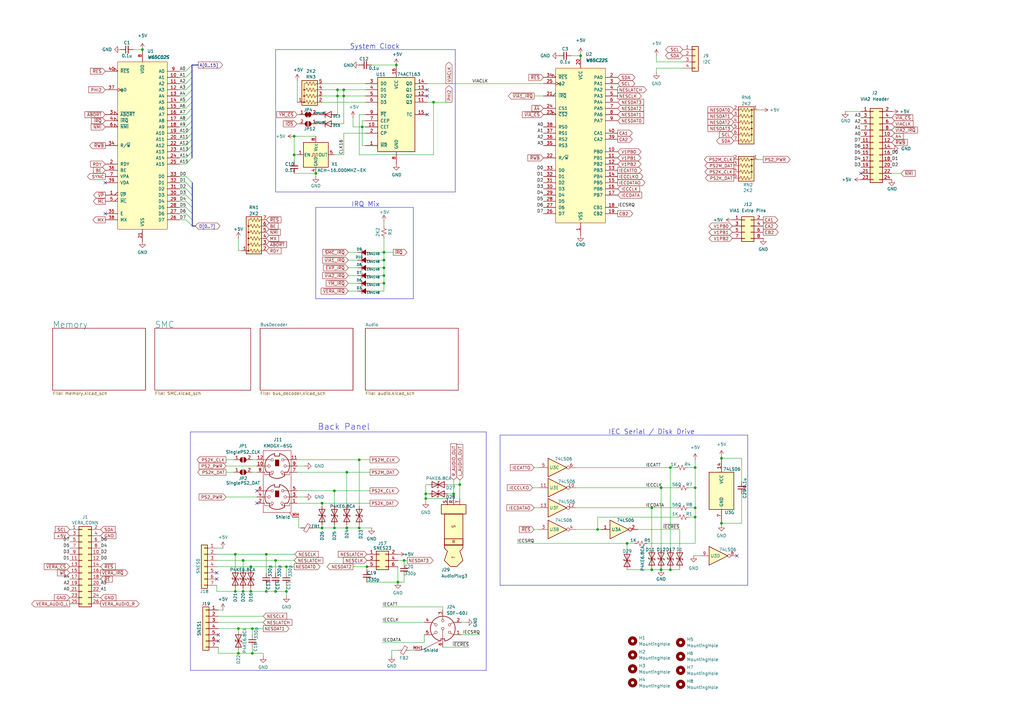
<source format=kicad_sch>
(kicad_sch (version 20231120) (generator "eeschema") (generator_version "8.0")
  (paper "A3")
  (title_block (title "OtterX") (date "2022-08-21") (rev "DV1 \"Sirius\"") (company "(C) 2023 Joe Burks"))
  (junction (at 271.145 200.025))
  (junction (at 142.24 216.535))
  (junction (at 165.735 229.87))
  (junction (at 285.115 191.77))
  (junction (at 117.475 242.57))
  (junction (at 132.08 216.535))
  (junction (at 188.595 198.755))
  (junction (at 138.43 36.83))
  (junction (at 267.335 208.28))
  (junction (at 97.79 267.97))
  (junction (at 257.175 222.885))
  (junction (at 157.48 113.03))
  (junction (at 285.115 208.28))
  (junction (at 274.955 191.77))
  (junction (at 113.03 229.87))
  (junction (at 103.505 267.97))
  (junction (at 147.32 188.595))
  (junction (at 274.955 233.68))
  (junction (at 295.91 187.96))
  (junction (at 142.24 193.675))
  (junction (at 109.22 242.57))
  (junction (at 113.03 242.57))
  (junction (at 174.625 204.47))
  (junction (at 117.475 232.41))
  (junction (at 162.56 26.67))
  (junction (at 140.97 36.83))
  (junction (at 157.48 116.205))
  (junction (at 295.91 214.63))
  (junction (at 97.79 257.81))
  (junction (at 96.52 242.57))
  (junction (at 148.59 52.07))
  (junction (at 285.115 212.09))
  (junction (at 157.48 106.68))
  (junction (at 147.32 216.535))
  (junction (at 102.87 242.57))
  (junction (at 109.22 227.33))
  (junction (at 99.695 229.87))
  (junction (at 267.335 233.68))
  (junction (at 132.08 206.375))
  (junction (at 245.11 217.17))
  (junction (at 157.48 103.505))
  (junction (at 137.16 201.295))
  (junction (at 129.54 71.12))
  (junction (at 103.505 257.81))
  (junction (at 174.625 202.565))
  (junction (at 150.495 232.41))
  (junction (at 238.125 22.86))
  (junction (at 58.42 20.32))
  (junction (at 102.87 232.41))
  (junction (at 163.195 238.76))
  (junction (at 140.97 39.37))
  (junction (at 138.43 39.37))
  (junction (at 271.145 233.68))
  (junction (at 120.65 55.88))
  (junction (at 177.8 41.91))
  (junction (at 285.115 200.025))
  (junction (at 99.695 242.57))
  (junction (at 157.48 109.855))
  (junction (at 120.65 63.5))
  (junction (at 186.055 202.565))
  (junction (at 96.52 227.33))
  (junction (at 137.16 216.535))
  (no_connect (at 105.41 201.295))
  (no_connect (at 105.41 206.375))
  (no_connect (at 43.18 74.93))
  (no_connect (at 175.26 39.37))
  (no_connect (at 88.9 234.95))
  (no_connect (at 175.26 36.83))
  (no_connect (at 302.26 227.965))
  (no_connect (at 88.9 237.49))
  (no_connect (at 89.535 260.35))
  (no_connect (at 43.18 87.63))
  (no_connect (at 89.535 262.89))
  (no_connect (at 353.06 71.12))
  (no_connect (at 175.26 46.99))
  (bus_entry (at 76.2 54.61) (size 2.54 -2.54))
  (bus_entry (at 76.2 44.45) (size 2.54 -2.54))
  (bus_entry (at 76.327 80.01) (size 2.54 2.54))
  (bus_entry (at 76.327 77.47) (size 2.54 2.54))
  (bus_entry (at 76.327 72.39) (size 2.54 2.54))
  (bus_entry (at 76.327 87.63) (size 2.54 2.54))
  (bus_entry (at 76.2 46.99) (size 2.54 -2.54))
  (bus_entry (at 76.2 39.37) (size 2.54 -2.54))
  (bus_entry (at 76.327 85.09) (size 2.54 2.54))
  (bus_entry (at 76.2 62.23) (size 2.54 -2.54))
  (bus_entry (at 76.2 57.15) (size 2.54 -2.54))
  (bus_entry (at 76.2 52.07) (size 2.54 -2.54))
  (bus_entry (at 76.2 41.91) (size 2.54 -2.54))
  (bus_entry (at 76.327 74.93) (size 2.54 2.54))
  (bus_entry (at 76.2 67.31) (size 2.54 -2.54))
  (bus_entry (at 76.2 36.83) (size 2.54 -2.54))
  (bus_entry (at 76.2 59.69) (size 2.54 -2.54))
  (bus_entry (at 76.327 82.55) (size 2.54 2.54))
  (bus_entry (at 76.2 64.77) (size 2.54 -2.54))
  (bus_entry (at 76.2 34.29) (size 2.54 -2.54))
  (bus_entry (at 76.2 31.75) (size 2.54 -2.54))
  (bus_entry (at 76.2 29.21) (size 2.54 -2.54))
  (bus_entry (at 76.2 49.53) (size 2.54 -2.54))
  (bus_entry (at 76.327 90.17) (size 2.54 2.54))
  (wire (pts (xy 122.555 46.99) (xy 121.92 46.99)))
  (wire (pts (xy 245.11 217.17) (xy 246.38 217.17)))
  (wire (pts (xy 150.495 232.41) (xy 150.495 233.68)))
  (wire (pts (xy 107.95 252.73) (xy 89.535 252.73)))
  (wire (pts (xy 129.54 71.12) (xy 120.65 71.12)))
  (wire (pts (xy 151.765 103.505) (xy 157.48 103.505)))
  (wire (pts (xy 148.59 59.69) (xy 148.59 52.07)))
  (wire (pts (xy 103.505 257.81) (xy 97.79 257.81)))
  (wire (pts (xy 165.735 229.87) (xy 167.005 229.87)))
  (wire (pts (xy 147.32 207.645) (xy 147.32 188.595)))
  (wire (pts (xy 73.66 62.23) (xy 76.2 62.23)))
  (wire (pts (xy 142.24 216.535) (xy 147.32 216.535)))
  (wire (pts (xy 269.24 22.86) (xy 269.24 25.4)))
  (wire (pts (xy 278.765 217.17) (xy 278.765 225.425)))
  (wire (pts (xy 54.61 20.32) (xy 58.42 20.32)))
  (wire (pts (xy 103.505 257.81) (xy 103.505 260.35)))
  (polyline (pts (xy 199.39 274.955) (xy 78.105 274.955)))
  (wire (pts (xy 151.765 119.38) (xy 157.48 119.38)))
  (wire (pts (xy 129.54 72.39) (xy 129.54 71.12)))
  (wire (pts (xy 102.87 242.57) (xy 99.695 242.57)))
  (wire (pts (xy 99.695 241.3) (xy 99.695 242.57)))
  (wire (pts (xy 121.92 193.675) (xy 142.24 193.675)))
  (wire (pts (xy 267.335 208.28) (xy 277.495 208.28)))
  (wire (pts (xy 295.91 187.96) (xy 304.165 187.96)))
  (wire (pts (xy 150.495 238.76) (xy 163.195 238.76)))
  (bus (pts (xy 78.74 62.23) (xy 78.74 59.69)))
  (wire (pts (xy 271.145 233.68) (xy 274.955 233.68)))
  (wire (pts (xy 120.65 229.87) (xy 113.03 229.87)))
  (wire (pts (xy 73.66 31.75) (xy 76.2 31.75)))
  (wire (pts (xy 140.97 39.37) (xy 149.86 39.37)))
  (wire (pts (xy 234.315 22.86) (xy 238.125 22.86)))
  (wire (pts (xy 121.92 203.835) (xy 125.095 203.835)))
  (wire (pts (xy 156.845 255.27) (xy 173.99 255.27)))
  (wire (pts (xy 149.86 46.99) (xy 147.32 46.99)))
  (polyline (pts (xy 169.545 85.09) (xy 169.545 122.555)))
  (wire (pts (xy 146.685 109.855) (xy 142.875 109.855)))
  (wire (pts (xy 146.685 103.505) (xy 142.875 103.505)))
  (bus (pts (xy 78.74 57.15) (xy 78.74 54.61)))
  (wire (pts (xy 140.97 54.61) (xy 149.86 54.61)))
  (wire (pts (xy 146.685 116.205) (xy 142.875 116.205)))
  (wire (pts (xy 177.8 63.5) (xy 177.8 41.91)))
  (wire (pts (xy 163.195 229.87) (xy 165.735 229.87)))
  (wire (pts (xy 257.175 233.68) (xy 267.335 233.68)))
  (wire (pts (xy 132.08 215.265) (xy 132.08 216.535)))
  (wire (pts (xy 146.685 106.68) (xy 142.875 106.68)))
  (wire (pts (xy 107.95 267.97) (xy 107.95 269.24)))
  (wire (pts (xy 138.43 39.37) (xy 140.97 39.37)))
  (bus (pts (xy 78.74 64.77) (xy 78.74 62.23)))
  (wire (pts (xy 138.43 46.99) (xy 138.43 39.37)))
  (wire (pts (xy 168.275 266.7) (xy 170.18 266.7)))
  (wire (pts (xy 147.32 188.595) (xy 151.765 188.595)))
  (wire (pts (xy 96.52 227.33) (xy 88.9 227.33)))
  (wire (pts (xy 156.845 263.525) (xy 173.99 263.525)))
  (wire (pts (xy 73.66 41.91) (xy 76.2 41.91)))
  (wire (pts (xy 274.955 191.77) (xy 274.955 225.425)))
  (wire (pts (xy 96.52 241.3) (xy 96.52 242.57)))
  (wire (pts (xy 121.793 50.8) (xy 122.555 50.8)))
  (bus (pts (xy 78.74 34.29) (xy 78.74 31.75)))
  (wire (pts (xy 157.48 106.68) (xy 157.48 109.855)))
  (wire (pts (xy 117.475 242.57) (xy 117.475 240.03)))
  (wire (pts (xy 173.99 263.525) (xy 173.99 260.35)))
  (wire (pts (xy 157.48 103.505) (xy 157.48 106.68)))
  (wire (pts (xy 137.16 215.265) (xy 137.16 216.535)))
  (wire (pts (xy 103.505 267.97) (xy 107.95 267.97)))
  (wire (pts (xy 236.22 208.28) (xy 267.335 208.28)))
  (wire (pts (xy 73.66 36.83) (xy 76.2 36.83)))
  (wire (pts (xy 121.92 41.91) (xy 121.92 33.02)))
  (bus (pts (xy 78.74 29.21) (xy 78.74 26.67)))
  (wire (pts (xy 73.66 90.17) (xy 76.327 90.17)))
  (wire (pts (xy 102.87 232.41) (xy 117.475 232.41)))
  (wire (pts (xy 174.625 204.47) (xy 183.515 204.47)))
  (wire (pts (xy 245.11 217.17) (xy 245.11 212.09)))
  (wire (pts (xy 120.65 232.41) (xy 117.475 232.41)))
  (wire (pts (xy 121.92 201.295) (xy 137.16 201.295)))
  (polyline (pts (xy 113.03 20.32) (xy 114.3 20.32)))
  (wire (pts (xy 189.23 260.35) (xy 196.85 260.35)))
  (bus (pts (xy 78.74 39.37) (xy 78.74 36.83)))
  (wire (pts (xy 130.81 46.99) (xy 130.175 46.99)))
  (wire (pts (xy 186.055 196.85) (xy 186.055 202.565)))
  (wire (pts (xy 73.66 80.01) (xy 76.327 80.01)))
  (polyline (pts (xy 186.69 78.74) (xy 113.03 78.74)))
  (wire (pts (xy 157.48 116.205) (xy 157.48 119.38)))
  (wire (pts (xy 219.075 39.37) (xy 222.885 39.37)))
  (wire (pts (xy 271.145 200.025) (xy 277.495 200.025)))
  (wire (pts (xy 151.765 106.68) (xy 157.48 106.68)))
  (wire (pts (xy 144.78 48.26) (xy 144.78 52.07)))
  (wire (pts (xy 113.03 229.87) (xy 113.03 234.95)))
  (bus (pts (xy 78.74 41.91) (xy 78.74 39.37)))
  (wire (pts (xy 132.08 34.29) (xy 149.86 34.29)))
  (wire (pts (xy 186.055 202.565) (xy 186.055 204.47)))
  (wire (pts (xy 285.115 188.595) (xy 285.115 191.77)))
  (wire (pts (xy 175.895 198.755) (xy 174.625 198.755)))
  (wire (pts (xy 287.02 227.965) (xy 284.48 227.965)))
  (wire (pts (xy 175.26 34.29) (xy 222.885 34.29)))
  (wire (pts (xy 121.92 188.595) (xy 147.32 188.595)))
  (wire (pts (xy 73.66 59.69) (xy 76.2 59.69)))
  (wire (pts (xy 137.16 201.295) (xy 137.16 207.645)))
  (wire (pts (xy 271.145 200.025) (xy 271.145 225.425)))
  (wire (pts (xy 103.505 267.97) (xy 103.505 265.43)))
  (wire (pts (xy 285.115 222.885) (xy 285.115 212.09)))
  (wire (pts (xy 99.695 229.87) (xy 88.9 229.87)))
  (wire (pts (xy 236.22 191.77) (xy 274.955 191.77)))
  (wire (pts (xy 295.91 214.63) (xy 304.165 214.63)))
  (wire (pts (xy 295.91 215.265) (xy 295.91 214.63)))
  (wire (pts (xy 285.115 191.77) (xy 285.115 200.025)))
  (wire (pts (xy 257.175 222.885) (xy 260.35 222.885)))
  (wire (pts (xy 128.524 216.535) (xy 132.08 216.535)))
  (wire (pts (xy 130.175 50.8) (xy 130.81 50.8)))
  (wire (pts (xy 144.78 52.07) (xy 148.59 52.07)))
  (bus (pts (xy 78.867 77.47) (xy 78.867 80.01)))
  (wire (pts (xy 138.43 39.37) (xy 138.43 36.83)))
  (wire (pts (xy 271.145 233.045) (xy 271.145 233.68)))
  (wire (pts (xy 149.86 49.53) (xy 148.59 49.53)))
  (bus (pts (xy 78.74 59.69) (xy 78.74 57.15)))
  (bus (pts (xy 78.74 26.67) (xy 81.28 26.67)))
  (wire (pts (xy 142.24 193.675) (xy 151.765 193.675)))
  (wire (pts (xy 97.79 257.81) (xy 97.79 259.08)))
  (wire (pts (xy 304.165 187.96) (xy 304.165 197.485)))
  (polyline (pts (xy 199.39 177.165) (xy 199.39 274.955)))
  (wire (pts (xy 265.43 222.885) (xy 285.115 222.885)))
  (wire (pts (xy 117.475 242.57) (xy 113.03 242.57)))
  (bus (pts (xy 78.867 80.01) (xy 78.867 82.55)))
  (wire (pts (xy 175.26 41.91) (xy 177.8 41.91)))
  (wire (pts (xy 97.79 102.87) (xy 97.79 97.79)))
  (wire (pts (xy 257.175 222.885) (xy 257.175 226.06)))
  (wire (pts (xy 219.075 208.28) (xy 220.98 208.28)))
  (wire (pts (xy 278.765 233.045) (xy 278.765 233.68)))
  (wire (pts (xy 281.94 191.77) (xy 285.115 191.77)))
  (polyline (pts (xy 113.03 78.74) (xy 113.03 20.32)))
  (wire (pts (xy 311.15 45.085) (xy 312.42 45.085)))
  (wire (pts (xy 238.125 22.225) (xy 238.125 22.86)))
  (wire (pts (xy 132.08 216.535) (xy 137.16 216.535)))
  (wire (pts (xy 137.16 216.535) (xy 142.24 216.535)))
  (wire (pts (xy 109.22 242.57) (xy 102.87 242.57)))
  (polyline (pts (xy 205.105 240.03) (xy 253.365 240.03)))
  (wire (pts (xy 151.765 109.855) (xy 157.48 109.855)))
  (wire (pts (xy 120.65 55.88) (xy 129.54 55.88)))
  (wire (pts (xy 73.66 87.63) (xy 76.327 87.63)))
  (wire (pts (xy 132.08 39.37) (xy 138.43 39.37)))
  (wire (pts (xy 280.035 27.94) (xy 269.24 27.94)))
  (wire (pts (xy 346.71 45.72) (xy 353.06 45.72)))
  (wire (pts (xy 282.575 200.025) (xy 285.115 200.025)))
  (wire (pts (xy 188.595 196.85) (xy 188.595 198.755)))
  (wire (pts (xy 107.95 255.27) (xy 89.535 255.27)))
  (wire (pts (xy 267.335 233.68) (xy 271.145 233.68)))
  (wire (pts (xy 147.32 216.535) (xy 152.4 216.535)))
  (wire (pts (xy 73.66 67.31) (xy 76.2 67.31)))
  (wire (pts (xy 160.655 269.24) (xy 160.655 266.7)))
  (wire (pts (xy 219.075 217.17) (xy 220.98 217.17)))
  (wire (pts (xy 274.955 191.77) (xy 276.86 191.77)))
  (wire (pts (xy 73.66 74.93) (xy 76.327 74.93)))
  (wire (pts (xy 103.505 267.97) (xy 97.79 267.97)))
  (wire (pts (xy 274.955 233.68) (xy 278.765 233.68)))
  (wire (pts (xy 157.48 97.79) (xy 157.48 103.505)))
  (polyline (pts (xy 78.105 177.165) (xy 78.105 274.955)))
  (wire (pts (xy 236.22 217.17) (xy 245.11 217.17)))
  (wire (pts (xy 73.66 34.29) (xy 76.2 34.29)))
  (wire (pts (xy 102.87 241.3) (xy 102.87 242.57)))
  (wire (pts (xy 269.24 27.94) (xy 269.24 29.845)))
  (wire (pts (xy 189.23 255.27) (xy 191.135 255.27)))
  (wire (pts (xy 218.44 200.025) (xy 220.98 200.025)))
  (wire (pts (xy 138.43 36.83) (xy 140.97 36.83)))
  (polyline (pts (xy 306.705 240.03) (xy 306.705 178.435)))
  (wire (pts (xy 165.735 229.87) (xy 165.735 231.14)))
  (polyline (pts (xy 169.545 122.555) (xy 129.54 122.555)))
  (wire (pts (xy 282.575 212.09) (xy 285.115 212.09)))
  (wire (pts (xy 151.765 113.03) (xy 157.48 113.03)))
  (wire (pts (xy 97.79 266.7) (xy 97.79 267.97)))
  (wire (pts (xy 99.695 229.87) (xy 99.695 233.68)))
  (wire (pts (xy 73.66 77.47) (xy 76.327 77.47)))
  (polyline (pts (xy 129.54 85.09) (xy 129.54 122.555)))
  (wire (pts (xy 151.765 116.205) (xy 157.48 116.205)))
  (wire (pts (xy 165.735 236.22) (xy 165.735 238.76)))
  (bus (pts (xy 78.867 90.17) (xy 78.867 92.71)))
  (wire (pts (xy 285.115 212.09) (xy 285.115 208.28)))
  (wire (pts (xy 73.66 85.09) (xy 76.327 85.09)))
  (wire (pts (xy 120.65 63.5) (xy 121.92 63.5)))
  (wire (pts (xy 92.71 188.595) (xy 95.885 188.595)))
  (bus (pts (xy 78.74 44.45) (xy 78.74 41.91)))
  (wire (pts (xy 140.97 54.61) (xy 140.97 63.5)))
  (wire (pts (xy 219.075 191.77) (xy 220.98 191.77)))
  (wire (pts (xy 103.505 188.595) (xy 105.41 188.595)))
  (wire (pts (xy 102.87 232.41) (xy 88.9 232.41)))
  (wire (pts (xy 73.66 82.55) (xy 76.327 82.55)))
  (wire (pts (xy 97.79 257.81) (xy 89.535 257.81)))
  (wire (pts (xy 295.91 187.325) (xy 295.91 187.96)))
  (wire (pts (xy 236.22 200.025) (xy 271.145 200.025)))
  (polyline (pts (xy 129.54 85.09) (xy 169.545 85.09)))
  (wire (pts (xy 103.505 257.81) (xy 107.95 257.81)))
  (wire (pts (xy 188.595 198.755) (xy 183.515 198.755)))
  (wire (pts (xy 142.24 215.265) (xy 142.24 216.535)))
  (wire (pts (xy 245.11 212.09) (xy 277.495 212.09)))
  (wire (pts (xy 73.66 29.21) (xy 76.2 29.21)))
  (bus (pts (xy 78.867 87.63) (xy 78.867 90.17)))
  (wire (pts (xy 267.335 233.045) (xy 267.335 233.68)))
  (wire (pts (xy 295.91 187.96) (xy 295.91 188.595)))
  (wire (pts (xy 147.32 215.265) (xy 147.32 216.535)))
  (wire (pts (xy 157.48 113.03) (xy 157.48 116.205)))
  (wire (pts (xy 175.895 202.565) (xy 174.625 202.565)))
  (wire (pts (xy 92.71 193.675) (xy 95.885 193.675)))
  (wire (pts (xy 212.09 222.885) (xy 257.175 222.885)))
  (wire (pts (xy 109.22 240.03) (xy 109.22 242.57)))
  (wire (pts (xy 174.625 198.755) (xy 174.625 202.565)))
  (wire (pts (xy 122.555 216.535) (xy 123.444 216.535)))
  (wire (pts (xy 91.44 250.19) (xy 89.535 250.19)))
  (wire (pts (xy 149.86 59.69) (xy 148.59 59.69)))
  (wire (pts (xy 140.97 50.8) (xy 138.43 50.8)))
  (wire (pts (xy 73.66 44.45) (xy 76.2 44.45)))
  (wire (pts (xy 137.16 201.295) (xy 151.765 201.295)))
  (wire (pts (xy 88.9 242.57) (xy 88.9 240.03)))
  (wire (pts (xy 181.61 248.92) (xy 181.61 250.19)))
  (wire (pts (xy 142.24 193.675) (xy 142.24 207.645)))
  (wire (pts (xy 147.32 46.99) (xy 147.32 63.5)))
  (wire (pts (xy 73.66 39.37) (xy 76.2 39.37)))
  (bus (pts (xy 78.867 85.09) (xy 78.867 87.63)))
  (wire (pts (xy 120.904 227.33) (xy 109.22 227.33)))
  (wire (pts (xy 157.48 109.855) (xy 157.48 113.03)))
  (bus (pts (xy 78.867 74.93) (xy 78.867 77.47)))
  (wire (pts (xy 73.66 72.39) (xy 76.327 72.39)))
  (bus (pts (xy 78.74 52.07) (xy 78.74 49.53)))
  (wire (pts (xy 311.15 65.405) (xy 313.055 65.405)))
  (wire (pts (xy 73.66 64.77) (xy 76.2 64.77)))
  (polyline (pts (xy 186.69 20.32) (xy 186.69 78.74)))
  (wire (pts (xy 103.505 193.675) (xy 105.41 193.675)))
  (wire (pts (xy 88.9 224.79) (xy 91.44 224.79)))
  (polyline (pts (xy 78.105 177.165) (xy 199.39 177.165)))
  (wire (pts (xy 274.955 233.68) (xy 274.955 233.045)))
  (wire (pts (xy 96.52 227.33) (xy 96.52 233.68)))
  (wire (pts (xy 132.08 207.645) (xy 132.08 206.375)))
  (wire (pts (xy 117.475 232.41) (xy 117.475 234.95)))
  (bus (pts (xy 78.74 36.83) (xy 78.74 34.29)))
  (wire (pts (xy 96.52 242.57) (xy 88.9 242.57)))
  (polyline (pts (xy 205.105 178.435) (xy 205.105 240.03)))
  (wire (pts (xy 261.62 217.17) (xy 278.765 217.17)))
  (wire (pts (xy 365.76 71.12) (xy 369.57 71.12)))
  (wire (pts (xy 149.86 52.07) (xy 148.59 52.07)))
  (wire (pts (xy 295.91 214.63) (xy 295.91 213.995)))
  (bus (pts (xy 78.74 54.61) (xy 78.74 52.07)))
  (wire (pts (xy 282.575 208.28) (xy 285.115 208.28)))
  (wire (pts (xy 73.66 46.99) (xy 76.2 46.99)))
  (wire (pts (xy 102.87 232.41) (xy 102.87 233.68)))
  (wire (pts (xy 147.32 63.5) (xy 177.8 63.5)))
  (wire (pts (xy 120.65 63.5) (xy 120.65 55.88)))
  (wire (pts (xy 163.195 232.41) (xy 163.195 238.76)))
  (wire (pts (xy 174.625 205.74) (xy 174.625 204.47)))
  (wire (pts (xy 92.71 191.135) (xy 105.41 191.135)))
  (wire (pts (xy 140.97 36.83) (xy 140.97 39.37)))
  (wire (pts (xy 160.655 266.7) (xy 163.195 266.7)))
  (wire (pts (xy 304.165 214.63) (xy 304.165 202.565)))
  (wire (pts (xy 285.115 200.025) (xy 285.115 208.28)))
  (wire (pts (xy 120.65 66.04) (xy 120.65 63.5)))
  (wire (pts (xy 113.03 229.87) (xy 99.695 229.87)))
  (wire (pts (xy 188.595 198.755) (xy 188.595 204.47)))
  (bus (pts (xy 78.867 82.55) (xy 78.867 85.09)))
  (wire (pts (xy 157.48 103.505) (xy 161.29 103.505)))
  (bus (pts (xy 78.74 46.99) (xy 78.74 44.45)))
  (wire (pts (xy 146.685 119.38) (xy 142.875 119.38)))
  (wire (pts (xy 92.71 203.835) (xy 105.41 203.835)))
  (wire (pts (xy 157.48 90.805) (xy 157.48 92.71)))
  (wire (pts (xy 109.22 227.33) (xy 109.22 234.95)))
  (wire (pts (xy 121.92 191.135) (xy 125.095 191.135)))
  (wire (pts (xy 73.66 52.07) (xy 76.2 52.07)))
  (wire (pts (xy 186.055 202.565) (xy 183.515 202.565)))
  (wire (pts (xy 117.475 242.57) (xy 117.475 244.475)))
  (wire (pts (xy 113.03 240.03) (xy 113.03 242.57)))
  (wire (pts (xy 113.03 242.57) (xy 109.22 242.57)))
  (wire (pts (xy 163.195 238.76) (xy 165.735 238.76)))
  (wire (pts (xy 132.08 206.375) (xy 151.765 206.375)))
  (wire (pts (xy 156.845 248.92) (xy 181.61 248.92)))
  (wire (pts (xy 97.79 267.97) (xy 89.535 267.97)))
  (wire (pts (xy 73.66 54.61) (xy 76.2 54.61)))
  (wire (pts (xy 152.4 26.67) (xy 162.56 26.67)))
  (wire (pts (xy 132.08 41.91) (xy 149.86 41.91)))
  (wire (pts (xy 177.8 41.91) (xy 184.15 41.91)))
  (wire (pts (xy 109.22 227.33) (xy 96.52 227.33)))
  (polyline (pts (xy 253.365 240.03) (xy 306.705 240.03)))
  (wire (pts (xy 140.97 63.5) (xy 137.16 63.5)))
  (polyline (pts (xy 306.705 178.435) (xy 205.105 178.435)))
  (wire (pts (xy 267.335 208.28) (xy 267.335 225.425)))
  (wire (pts (xy 174.625 202.565) (xy 174.625 204.47)))
  (wire (pts (xy 148.59 49.53) (xy 148.59 52.07)))
  (bus (pts (xy 78.74 49.53) (xy 78.74 46.99)))
  (wire (pts (xy 280.035 25.4) (xy 269.24 25.4)))
  (wire (pts (xy 140.97 50.8) (xy 140.97 39.37)))
  (polyline (pts (xy 114.3 20.32) (xy 186.69 20.32)))
  (bus (pts (xy 78.74 31.75) (xy 78.74 29.21)))
  (wire (pts (xy 99.695 242.57) (xy 96.52 242.57)))
  (wire (pts (xy 89.535 265.43) (xy 89.535 267.97)))
  (wire (pts (xy 181.61 265.43) (xy 192.405 265.43)))
  (wire (pts (xy 73.66 49.53) (xy 76.2 49.53)))
  (wire (pts (xy 140.97 36.83) (xy 149.86 36.83)))
  (wire (pts (xy 146.685 113.03) (xy 142.875 113.03)))
  (wire (pts (xy 144.78 232.41) (xy 150.495 232.41)))
  (wire (pts (xy 73.66 57.15) (xy 76.2 57.15)))
  (wire (pts (xy 122.555 216.535) (xy 122.555 212.09)))
  (bus (pts (xy 78.867 92.71) (xy 80.137 92.71)))
  (wire (pts (xy 121.92 206.375) (xy 132.08 206.375)))
  (wire (pts (xy 99.06 102.87) (xy 97.79 102.87)))
  (wire (pts (xy 132.08 36.83) (xy 138.43 36.83)))
  (text "System Clock" (at 143.51 20.32 0) (effects (font (size 2 2)) (justify left bottom)))
  (text "Back Panel" (at 130.302 176.657 0) (effects (font (size 2.5 2.5)) (justify left bottom)))
  (text "IRQ Mix" (at 144.145 85.09 0) (effects (font (size 2 2)) (justify left bottom)))
  (text "IEC Serial / Disk Drive" (at 249.555 178.435 0) (effects (font (size 2 2)) (justify left bottom)))
  (label "D6" (at 353.06 60.96 180))
  (label "D5" (at 222.885 82.55 180))
  (label "D1" (at 73.66 74.93 0))
  (label "A9" (at 73.66 52.07 0))
  (label "A12" (at 73.66 59.69 0))
  (label "D7" (at 353.06 58.42 180))
  (label "D5" (at 28.575 224.79 180))
  (label "IECSRQ" (at 212.09 222.885 0))
  (label "D3" (at 353.06 68.58 180))
  (label "D4" (at 41.275 224.79 0))
  (label "IECSRQ" (at 196.85 260.35 180))
  (label "A10" (at 73.66 54.61 0))
  (label "A1" (at 41.275 242.57 0))
  (label "A13" (at 73.66 62.23 0))
  (label "IECDATA" (at 156.845 263.525 0))
  (label "~{IECRES}" (at 278.765 217.17 180))
  (label "A3" (at 222.885 59.69 180))
  (label "A5" (at 73.66 41.91 0))
  (label "A3" (at 73.66 36.83 0))
  (label "IECDATA" (at 264.795 208.28 0))
  (label "A14" (at 73.66 64.77 0))
  (label "D5" (at 353.06 63.5 180))
  (label "IECATT" (at 156.845 248.92 0))
  (label "A0" (at 353.06 55.88 180))
  (label "CLK16" (at 140.97 57.15 270))
  (label "A11" (at 73.66 57.15 0))
  (label "D2" (at 41.275 227.33 0))
  (label "D0" (at 365.76 63.5 0))
  (label "D2" (at 365.76 68.58 0))
  (label "A4" (at 73.66 39.37 0))
  (label "~{IECRES}" (at 192.405 265.43 180))
  (label "IECSRQ" (at 253.365 85.09 0))
  (label "A1" (at 222.885 54.61 180))
  (label "D6" (at 222.885 85.09 180))
  (label "D2" (at 73.66 77.47 0))
  (label "A4" (at 28.575 237.49 180))
  (label "D4" (at 73.66 82.55 0))
  (label "A2" (at 73.66 34.29 0))
  (label "D7" (at 73.66 90.17 0))
  (label "A6" (at 73.66 44.45 0))
  (label "VIACLK" (at 193.675 34.29 0))
  (label "D3" (at 73.66 80.01 0))
  (label "D0" (at 73.66 72.39 0))
  (label "A0" (at 222.885 52.07 180))
  (label "D7" (at 28.575 222.25 180))
  (label "D0" (at 222.885 69.85 180))
  (label "D1" (at 365.76 66.04 0))
  (label "D5" (at 73.66 85.09 0))
  (label "A7" (at 73.66 46.99 0))
  (label "A15" (at 73.66 67.31 0))
  (label "A0" (at 28.575 242.57 180))
  (label "A2" (at 222.885 57.15 180))
  (label "D4" (at 353.06 66.04 180))
  (label "A0" (at 73.66 29.21 0))
  (label "D3" (at 222.885 77.47 180))
  (label "A1" (at 73.66 31.75 0))
  (label "A2" (at 353.06 50.8 180))
  (label "D6" (at 73.66 87.63 0))
  (label "D6" (at 41.275 222.25 0))
  (label "IECATT" (at 264.795 191.77 0))
  (label "A3" (at 41.275 240.03 0))
  (label "D0" (at 41.275 229.87 0))
  (label "IECCLK" (at 156.845 255.27 0))
  (label "D1" (at 28.575 229.87 180))
  (label "D2" (at 222.885 74.93 180))
  (label "A1" (at 353.06 53.34 180))
  (label "A8" (at 73.66 49.53 0))
  (label "A2" (at 28.575 240.03 180))
  (label "D7" (at 222.885 87.63 180))
  (label "D1" (at 222.885 72.39 180))
  (label "IECCLK" (at 264.795 200.025 0))
  (label "D4" (at 222.885 80.01 180))
  (label "D3" (at 28.575 227.33 180))
  (label "A3" (at 353.06 48.26 180))
  (global_label "~{ABORT}" (shape input) (at 43.18 46.99 180) (property "Intersheetrefs" "${INTERSHEET_REFS}" (effects (hide yes))))
  (global_label "SCL" (shape bidirectional) (at 253.365 34.29 0) (property "Intersheetrefs" "${INTERSHEET_REFS}" (effects (hide yes))))
  (global_label "GND" (shape input) (at 41.275 219.71 0) (property "Intersheetrefs" "${INTERSHEET_REFS}" (effects (hide yes))))
  (global_label "~{RWB}" (shape output) (at 43.18 59.69 180) (property "Intersheetrefs" "${INTERSHEET_REFS}" (effects (hide yes))))
  (global_label "VIACLK" (shape input) (at 365.76 50.8 0) (property "Intersheetrefs" "${INTERSHEET_REFS}" (effects (hide yes))))
  (global_label "IECCLKO" (shape input) (at 218.44 200.025 180) (property "Intersheetrefs" "${INTERSHEET_REFS}" (effects (hide yes))))
  (global_label "SCL" (shape input) (at 300.99 55.245 180) (property "Intersheetrefs" "${INTERSHEET_REFS}" (effects (hide yes))))
  (global_label "PS2K_CLK" (shape output) (at 300.99 70.485 180) (property "Intersheetrefs" "${INTERSHEET_REFS}" (effects (hide yes))))
  (global_label "CA1" (shape output) (at 313.055 90.17 0) (property "Intersheetrefs" "${INTERSHEET_REFS}" (effects (hide yes))))
  (global_label "PS2M_DAT" (shape output) (at 151.765 193.675 0) (property "Intersheetrefs" "${INTERSHEET_REFS}" (effects (hide yes))))
  (global_label "SDA" (shape bidirectional) (at 300.99 57.785 180) (property "Intersheetrefs" "${INTERSHEET_REFS}" (effects (hide yes))))
  (global_label "~{VERA_IRQ}" (shape input) (at 142.875 119.38 180) (property "Intersheetrefs" "${INTERSHEET_REFS}" (effects (hide yes))))
  (global_label "CA1" (shape output) (at 253.365 54.61 0) (property "Intersheetrefs" "${INTERSHEET_REFS}" (effects (hide yes))))
  (global_label "NESDAT3" (shape output) (at 167.005 229.87 0) (property "Intersheetrefs" "${INTERSHEET_REFS}" (effects (hide yes))))
  (global_label "RDY" (shape input) (at 43.18 67.31 180) (property "Intersheetrefs" "${INTERSHEET_REFS}" (effects (hide yes))))
  (global_label "SDA" (shape bidirectional) (at 280.035 22.86 180) (property "Intersheetrefs" "${INTERSHEET_REFS}" (effects (hide yes))))
  (global_label "IECDATA" (shape input) (at 253.365 80.01 0) (property "Intersheetrefs" "${INTERSHEET_REFS}" (effects (hide yes))))
  (global_label "+5V" (shape input) (at 28.575 219.71 180) (property "Intersheetrefs" "${INTERSHEET_REFS}" (effects (hide yes))))
  (global_label "PS2M_CLK" (shape output) (at 300.99 65.405 180) (property "Intersheetrefs" "${INTERSHEET_REFS}" (effects (hide yes))))
  (global_label "IECDATAO" (shape input) (at 219.075 208.28 180) (property "Intersheetrefs" "${INTERSHEET_REFS}" (effects (hide yes))))
  (global_label "RDY" (shape input) (at 109.22 102.87 0) (property "Intersheetrefs" "${INTERSHEET_REFS}" (effects (hide yes))))
  (global_label "NESCLK" (shape input) (at 107.95 252.73 0) (property "Intersheetrefs" "${INTERSHEET_REFS}" (effects (hide yes))))
  (global_label "~{VIA1_IRQ}" (shape input) (at 142.875 106.68 180) (property "Intersheetrefs" "${INTERSHEET_REFS}" (effects (hide yes))))
  (global_label "~{RES}" (shape input) (at 43.18 29.21 180) (property "Intersheetrefs" "${INTERSHEET_REFS}" (effects (hide yes))))
  (global_label "NESDAT2" (shape output) (at 144.78 232.41 180) (property "Intersheetrefs" "${INTERSHEET_REFS}" (effects (hide yes))))
  (global_label "NESDAT0" (shape input) (at 300.99 45.085 180) (property "Intersheetrefs" "${INTERSHEET_REFS}" (effects (hide yes))))
  (global_label "SCL" (shape bidirectional) (at 280.035 20.32 180) (property "Intersheetrefs" "${INTERSHEET_REFS}" (effects (hide yes))))
  (global_label "VERA_AUDIO_R" (shape output) (at 41.275 247.65 0) (property "Intersheetrefs" "${INTERSHEET_REFS}" (effects (hide yes))))
  (global_label "~{IO5}" (shape input) (at 121.793 50.8 180) (property "Intersheetrefs" "${INTERSHEET_REFS}" (effects (hide yes))))
  (global_label "GND" (shape input) (at 28.575 245.11 180) (property "Intersheetrefs" "${INTERSHEET_REFS}" (effects (hide yes))))
  (global_label "~{RE}" (shape input) (at 41.275 237.49 0) (property "Intersheetrefs" "${INTERSHEET_REFS}" (effects (hide yes))))
  (global_label "VIACLK" (shape output) (at 184.15 34.29 90) (property "Intersheetrefs" "${INTERSHEET_REFS}" (effects (hide yes))))
  (global_label "~{VIA1_IRQ}" (shape output) (at 219.075 39.37 180) (property "Intersheetrefs" "${INTERSHEET_REFS}" (effects (hide yes))))
  (global_label "~{IRQ}" (shape input) (at 43.18 49.53 180) (property "Intersheetrefs" "${INTERSHEET_REFS}" (effects (hide yes))))
  (global_label "~{YM_CS}" (shape input) (at 121.92 46.99 180) (property "Intersheetrefs" "${INTERSHEET_REFS}" (effects (hide yes))))
  (global_label "CB2" (shape output) (at 313.055 95.25 0) (property "Intersheetrefs" "${INTERSHEET_REFS}" (effects (hide yes))))
  (global_label "~{VIA_CS}" (shape input) (at 222.885 46.99 180) (property "Intersheetrefs" "${INTERSHEET_REFS}" (effects (hide yes))))
  (global_label "~{RES}" (shape input) (at 41.275 232.41 0) (property "Intersheetrefs" "${INTERSHEET_REFS}" (effects (hide yes))))
  (global_label "CB2" (shape output) (at 253.365 87.63 0) (property "Intersheetrefs" "${INTERSHEET_REFS}" (effects (hide yes))))
  (global_label "~{RES}" (shape input) (at 219.075 217.17 180) (property "Intersheetrefs" "${INTERSHEET_REFS}" (effects (hide yes))))
  (global_label "NESLATCH" (shape output) (at 253.365 36.83 0) (property "Intersheetrefs" "${INTERSHEET_REFS}" (effects (hide yes))))
  (global_label "SYNC" (shape output) (at 43.18 72.39 180) (property "Intersheetrefs" "${INTERSHEET_REFS}" (effects (hide yes))))
  (global_label "NESDAT1" (shape input) (at 300.99 47.625 180) (property "Intersheetrefs" "${INTERSHEET_REFS}" (effects (hide yes))))
  (global_label "V1PB2" (shape bidirectional) (at 253.365 67.31 0) (property "Intersheetrefs" "${INTERSHEET_REFS}" (effects (hide yes))))
  (global_label "~{VP}" (shape output) (at 43.18 80.01 180) (property "Intersheetrefs" "${INTERSHEET_REFS}" (effects (hide yes))))
  (global_label "CA2" (shape output) (at 313.055 92.71 0) (property "Intersheetrefs" "${INTERSHEET_REFS}" (effects (hide yes))))
  (global_label "~{EXP_IRQ}" (shape input) (at 142.875 109.855 180) (property "Intersheetrefs" "${INTERSHEET_REFS}" (effects (hide yes))))
  (global_label "A[0..15]" (shape output) (at 81.28 26.67 0) (property "Intersheetrefs" "${INTERSHEET_REFS}" (effects (hide yes))))
  (global_label "BE" (shape input) (at 109.22 92.71 0) (property "Intersheetrefs" "${INTERSHEET_REFS}" (effects (hide yes))))
  (global_label "~{NMI}" (shape input) (at 43.18 52.07 180) (property "Intersheetrefs" "${INTERSHEET_REFS}" (effects (hide yes))))
  (global_label "~{WE}" (shape input) (at 28.575 234.95 180) (property "Intersheetrefs" "${INTERSHEET_REFS}" (effects (hide yes))))
  (global_label "IECATTO" (shape input) (at 219.075 191.77 180) (property "Intersheetrefs" "${INTERSHEET_REFS}" (effects (hide yes))))
  (global_label "IECDATAO" (shape output) (at 253.365 74.93 0) (property "Intersheetrefs" "${INTERSHEET_REFS}" (effects (hide yes))))
  (global_label "PS2M_CLK" (shape output) (at 151.765 188.595 0) (property "Intersheetrefs" "${INTERSHEET_REFS}" (effects (hide yes))))
  (global_label "V1PB0" (shape bidirectional) (at 300.355 92.71 180) (property "Intersheetrefs" "${INTERSHEET_REFS}" (effects (hide yes))))
  (global_label "PS2_PWR" (shape input) (at 92.71 191.135 180) (property "Intersheetrefs" "${INTERSHEET_REFS}" (effects (hide yes))))
  (global_label "~{VERA_CS}" (shape input) (at 28.575 232.41 180) (property "Intersheetrefs" "${INTERSHEET_REFS}" (effects (hide yes))))
  (global_label "PS2_PWR" (shape input) (at 92.71 203.835 180) (property "Intersheetrefs" "${INTERSHEET_REFS}" (effects (hide yes))))
  (global_label "~{RWB}" (shape input) (at 222.885 64.77 180) (property "Intersheetrefs" "${INTERSHEET_REFS}" (effects (hide yes))))
  (global_label "CA2" (shape output) (at 253.365 57.15 0) (property "Intersheetrefs" "${INTERSHEET_REFS}" (effects (hide yes))))
  (global_label "~{VIA2_IRQ}" (shape input) (at 365.76 53.34 0) (property "Intersheetrefs" "${INTERSHEET_REFS}" (effects (hide yes))))
  (global_label "NESDAT1" (shape input) (at 253.365 46.99 0) (property "Intersheetrefs" "${INTERSHEET_REFS}" (effects (hide yes))))
  (global_label "PS2M_DAT" (shape output) (at 300.99 67.945 180) (property "Intersheetrefs" "${INTERSHEET_REFS}" (effects (hide yes))))
  (global_label "SDA" (shape input) (at 41.275 217.17 0) (property "Intersheetrefs" "${INTERSHEET_REFS}" (effects (hide yes))))
  (global_label "PS2K_CLK" (shape output) (at 151.765 201.295 0) (property "Intersheetrefs" "${INTERSHEET_REFS}" (effects (hide yes))))
  (global_label "NESCLK" (shape input) (at 150.495 229.87 180) (property "Intersheetrefs" "${INTERSHEET_REFS}" (effects (hide yes))))
  (global_label "NESDAT0" (shape input) (at 253.365 49.53 0) (property "Intersheetrefs" "${INTERSHEET_REFS}" (effects (hide yes))))
  (global_label "NESDAT0" (shape output) (at 120.65 232.41 0) (property "Intersheetrefs" "${INTERSHEET_REFS}" (effects (hide yes))))
  (global_label "~{RES}" (shape input) (at 222.885 31.75 180) (property "Intersheetrefs" "${INTERSHEET_REFS}" (effects (hide yes))))
  (global_label "PS2K_DAT" (shape output) (at 92.71 193.675 180) (property "Intersheetrefs" "${INTERSHEET_REFS}" (effects (hide yes))))
  (global_label "NESLATCH" (shape input) (at 107.95 255.27 0) (property "Intersheetrefs" "${INTERSHEET_REFS}" (effects (hide yes))))
  (global_label "IECATTO" (shape output) (at 253.365 69.85 0) (property "Intersheetrefs" "${INTERSHEET_REFS}" (effects (hide yes))))
  (global_label "~{RES}" (shape input) (at 109.22 90.17 0) (property "Intersheetrefs" "${INTERSHEET_REFS}" (effects (hide yes))))
  (global_label "BE" (shape input) (at 43.18 69.85 180) (property "Intersheetrefs" "${INTERSHEET_REFS}" (effects (hide yes))))
  (global_label "~{A4}" (shape input) (at 222.885 44.45 180) (property "Intersheetrefs" "${INTERSHEET_REFS}" (effects (hide yes))))
  (global_label "~{YM_IRQ}" (shape input) (at 142.875 116.205 180) (property "Intersheetrefs" "${INTERSHEET_REFS}" (effects (hide yes))))
  (global_label "A4" (shape input) (at 365.76 55.88 0) (property "Intersheetrefs" "${INTERSHEET_REFS}" (effects (hide yes))))
  (global_label "PHI2" (shape output) (at 184.15 41.91 90) (property "Intersheetrefs" "${INTERSHEET_REFS}" (effects (hide yes))))
  (global_label "R_AUDIO_OUT" (shape input) (at 186.055 196.85 90) (property "Intersheetrefs" "${INTERSHEET_REFS}" (effects (hide yes))))
  (global_label "L_AUDIO_OUT" (shape input) (at 188.595 196.85 90) (property "Intersheetrefs" "${INTERSHEET_REFS}" (effects (hide yes))))
  (global_label "V1PB1" (shape bidirectional) (at 253.365 64.77 0) (property "Intersheetrefs" "${INTERSHEET_REFS}" (effects (hide yes))))
  (global_label "NESCLK" (shape output) (at 253.365 39.37 0) (property "Intersheetrefs" "${INTERSHEET_REFS}" (effects (hide yes))))
  (global_label "NESDAT3" (shape input) (at 253.365 41.91 0) (property "Intersheetrefs" "${INTERSHEET_REFS}" (effects (hide yes))))
  (global_label "PHI2" (shape input) (at 43.18 36.83 180) (property "Intersheetrefs" "${INTERSHEET_REFS}" (effects (hide yes))))
  (global_label "IECCLK" (shape input) (at 253.365 77.47 0) (property "Intersheetrefs" "${INTERSHEET_REFS}" (effects (hide yes))))
  (global_label "~{NMI}" (shape input) (at 369.57 71.12 0) (property "Intersheetrefs" "${INTERSHEET_REFS}" (effects (hide yes))))
  (global_label "SCL" (shape input) (at 28.575 217.17 180) (property "Intersheetrefs" "${INTERSHEET_REFS}" (effects (hide yes))))
  (global_label "NESDAT2" (shape input) (at 253.365 44.45 0) (property "Intersheetrefs" "${INTERSHEET_REFS}" (effects (hide yes))))
  (global_label "NESCLK" (shape input) (at 120.904 227.33 0) (property "Intersheetrefs" "${INTERSHEET_REFS}" (effects (hide yes))))
  (global_label "MX" (shape output) (at 43.18 90.17 180) (property "Intersheetrefs" "${INTERSHEET_REFS}" (effects (hide yes))))
  (global_label "NESDAT3" (shape input) (at 300.99 52.705 180) (property "Intersheetrefs" "${INTERSHEET_REFS}" (effects (hide yes))))
  (global_label "PS2K_CLK" (shape output) (at 92.71 188.595 180) (property "Intersheetrefs" "${INTERSHEET_REFS}" (effects (hide yes))))
  (global_label "MX" (shape input) (at 109.22 97.79 0) (property "Intersheetrefs" "${INTERSHEET_REFS}" (effects (hide yes))))
  (global_label "PS2K_DAT" (shape output) (at 151.765 206.375 0) (property "Intersheetrefs" "${INTERSHEET_REFS}" (effects (hide yes))))
  (global_label "~{IRQ}" (shape output) (at 161.29 103.505 0) (property "Intersheetrefs" "${INTERSHEET_REFS}" (effects (hide yes))))
  (global_label "~{VERA_IRQ}" (shape output) (at 41.275 234.95 0) (property "Intersheetrefs" "${INTERSHEET_REFS}" (effects (hide yes))))
  (global_label "V1PB0" (shape bidirectional) (at 253.365 62.23 0) (property "Intersheetrefs" "${INTERSHEET_REFS}" (effects (hide yes))))
  (global_label "PS2K_DAT" (shape output) (at 300.99 73.025 180) (property "Intersheetrefs" "${INTERSHEET_REFS}" (effects (hide yes))))
  (global_label "~{RWB}" (shape input) (at 365.76 58.42 0) (property "Intersheetrefs" "${INTERSHEET_REFS}" (effects (hide yes))))
  (global_label "~{NMI}" (shape input) (at 109.22 95.25 0) (property "Intersheetrefs" "${INTERSHEET_REFS}" (effects (hide yes))))
  (global_label "GND" (shape input) (at 41.275 245.11 0) (property "Intersheetrefs" "${INTERSHEET_REFS}" (effects (hide yes))))
  (global_label "~{ML}" (shape output) (at 43.18 82.55 180) (property "Intersheetrefs" "${INTERSHEET_REFS}" (effects (hide yes))))
  (global_label "PS2_PWR" (shape output) (at 313.055 65.405 0) (property "Intersheetrefs" "${INTERSHEET_REFS}" (effects (hide yes))))
  (global_label "~{ABORT}" (shape input) (at 109.22 100.33 0) (property "Intersheetrefs" "${INTERSHEET_REFS}" (effects (hide yes))))
  (global_label "NESDAT2" (shape input) (at 300.99 50.165 180) (property "Intersheetrefs" "${INTERSHEET_REFS}" (effects (hide yes))))
  (global_label "~{SMC_IRQ}" (shape input) (at 142.875 103.505 180) (property "Intersheetrefs" "${INTERSHEET_REFS}" (effects (hide yes))))
  (global_label "NESDAT1" (shape output) (at 107.95 257.81 0) (property "Intersheetrefs" "${INTERSHEET_REFS}" (effects (hide yes))))
  (global_label "~{VIA_CS}" (shape input) (at 365.76 48.26 0) (property "Intersheetrefs" "${INTERSHEET_REFS}" (effects (hide yes))))
  (global_label "D[0..7]" (shape bidirectional) (at 80.137 92.71 0) (property "Intersheetrefs" "${INTERSHEET_REFS}" (effects (hide yes))))
  (global_label "VERA_AUDIO_L" (shape output) (at 28.575 247.65 180) (property "Intersheetrefs" "${INTERSHEET_REFS}" (effects (hide yes))))
  (global_label "~{VIA2_IRQ}" (shape input) (at 142.875 113.03 180) (property "Intersheetrefs" "${INTERSHEET_REFS}" (effects (hide yes))))
  (global_label "NESLATCH" (shape input) (at 150.495 227.33 180) (property "Intersheetrefs" "${INTERSHEET_REFS}" (effects (hide yes))))
  (global_label "V1PB2" (shape bidirectional) (at 300.355 97.79 180) (property "Intersheetrefs" "${INTERSHEET_REFS}" (effects (hide yes))))
  (global_label "NESLATCH" (shape input) (at 120.65 229.87 0) (property "Intersheetrefs" "${INTERSHEET_REFS}" (effects (hide yes))))
  (global_label "SDA" (shape bidirectional) (at 253.365 31.75 0) (property "Intersheetrefs" "${INTERSHEET_REFS}" (effects (hide yes))))
  (global_label "IECCLKO" (shape output) (at 253.365 72.39 0) (property "Intersheetrefs" "${INTERSHEET_REFS}" (effects (hide yes))))
  (global_label "V1PB1" (shape bidirectional) (at 300.355 95.25 180) (property "Intersheetrefs" "${INTERSHEET_REFS}" (effects (hide yes))))
  (symbol (lib_id "Device:R_Small_US") (at 279.4 191.77 270) (unit 1)
    (property "Reference" "R4" (at 280.67 190.5 90) (effects (justify left)))
    (property "Value" "1K" (at 274.955 190.5 90) (effects (justify left)))
    (property "Footprint" "Resistor_THT:R_Axial_DIN0207_L6.3mm_D2.5mm_P7.62mm_Horizontal" (effects (hide yes)))
  )
  (symbol (lib_id "74xx:74LS163") (at 162.56 46.99 0) (unit 1)
    (property "Reference" "U11" (at 156.21 30.48 0))
    (property "Value" "74ACT163" (at 167.64 30.48 0))
    (property "Footprint" "OtterX:DIP-16_W7.62mm_ShortWidePads" (effects (hide yes)))
    (property "Datasheet" "http://www.ti.com/lit/gpn/sn74LS163" (effects (hide yes)))
  )
  (symbol (lib_id "power:+5V") (at 91.44 250.19 0) (unit 1)
    (property "Reference" "#PWR0102" (effects (hide yes)))
    (property "Value" "+5V" (at 91.44 245.745 0))
    (property "Description" "Power symbol creates a global label with name \"+5V\"" (effects (hide yes)))
  )
  (symbol (lib_id "74xx:74LS06") (at 295.91 201.295 0) (unit 7)
    (property "Reference" "U3" (at 297.18 210.185 0) (effects (justify left)))
    (property "Value" "74LS06" (at 296.545 192.405 0) (effects (justify left)))
    (property "Footprint" "OtterX:DIP-14_W7.62mm_ShortWidePads" (effects (hide yes)))
    (property "Datasheet" "http://www.ti.com/lit/gpn/sn74LS06" (effects (hide yes)))
  )
  (symbol (lib_id "power:GND") (at 125.095 191.135 90) (unit 1)
    (property "Reference" "#PWR082" (effects (hide yes)))
    (property "Value" "GND" (at 128.905 191.1349 90) (effects (justify right)))
    (property "Description" "Power symbol creates a global label with name \"GND\" , ground" (effects (hide yes)))
  )
  (symbol (lib_id "Connector_Generic:Conn_01x07") (at 84.455 257.81 0) (mirror y) (unit 1)
    (property "Reference" "J19" (at 84.455 247.65 0))
    (property "Value" "SNES1" (at 81.661 257.683 90))
    (property "Footprint" "OtterX:SNES_R" (effects (hide yes)))
  )
  (symbol (lib_id "Device:D_Small_Filled") (at 149.225 119.38 0) (unit 1)
    (property "Reference" "D3" (at 147.32 118.11 0) (effects (font (size 1 1))))
    (property "Value" "1N4148" (at 153.035 120.015 0) (effects (font (size 0.9 0.9))))
    (property "Footprint" "Diode_THT:D_DO-34_SOD68_P7.62mm_Horizontal" (effects (hide yes)))
    (property "Description" "Diode, small symbol, filled shape" (effects (hide yes)))
    (property "Sim.Device" "D" (effects (hide yes)))
    (property "Sim.Pins" "1=K 2=A" (effects (hide yes)))
  )
  (symbol (lib_id "power:+5V") (at 285.115 188.595 0) (unit 1)
    (property "Reference" "#PWR0155" (effects (hide yes)))
    (property "Value" "+5V" (at 285.115 183.515 0))
    (property "Description" "Power symbol creates a global label with name \"+5V\"" (effects (hide yes)))
  )
  (symbol (lib_id "Device:C_Small") (at 109.22 237.49 0) (unit 1)
    (property "Reference" "C13" (at 110.109 241.935 90) (effects (justify left)))
    (property "Value" "330p" (at 110.744 236.728 90) (effects (justify left)))
    (property "Footprint" "Capacitor_THT:C_Disc_D4.3mm_W1.9mm_P5.00mm" (effects (hide yes)))
  )
  (symbol (lib_id "Device:D_TVS") (at 179.705 202.565 180) (unit 1)
    (property "Reference" "D28" (at 182.88 203.835 0) (effects (justify right)))
    (property "Value" "P4KE6.8CA" (effects (hide yes)))
    (property "Footprint" "Diode_THT:D_DO-41_SOD81_P7.62mm_Horizontal" (effects (hide yes)))
  )
  (symbol (lib_id "Device:D_TVS") (at 132.08 211.455 90) (unit 1)
    (property "Reference" "D26" (at 132.08 217.805 0) (effects (justify right)))
    (property "Value" "P4KE6.8CA" (effects (hide yes)))
    (property "Footprint" "Diode_THT:D_DO-41_SOD81_P7.62mm_Horizontal" (effects (hide yes)))
  )
  (symbol (lib_id "Device:D_TVS") (at 102.87 237.49 270) (unit 1)
    (property "Reference" "D16" (at 102.87 247.015 0) (effects (justify right)))
    (property "Value" "P4KE6.8CA" (at 104.775 233.68 90) (effects (justify right)))
    (property "Footprint" "Diode_THT:D_DO-41_SOD81_P7.62mm_Horizontal" (effects (hide yes)))
  )
  (symbol (lib_id "power:GND") (at 125.095 203.835 90) (unit 1)
    (property "Reference" "#PWR081" (effects (hide yes)))
    (property "Value" "GND" (at 128.905 203.8349 90) (effects (justify right)))
    (property "Description" "Power symbol creates a global label with name \"GND\" , ground" (effects (hide yes)))
  )
  (symbol (lib_id "74xx:74LS06") (at 228.6 217.17 0) (unit 2)
    (property "Reference" "U3" (at 227.33 217.17 0))
    (property "Value" "74LS06" (at 231.14 213.36 0))
    (property "Footprint" "OtterX:DIP-14_W7.62mm_ShortWidePads" (effects (hide yes)))
    (property "Datasheet" "http://www.ti.com/lit/gpn/sn74LS06" (effects (hide yes)))
  )
  (symbol (lib_id "power:GND") (at 238.125 96.52 0) (unit 1)
    (property "Reference" "#PWR0152" (effects (hide yes)))
    (property "Value" "GND" (at 238.125 100.33 0))
    (property "Description" "Power symbol creates a global label with name \"GND\" , ground" (effects (hide yes)))
  )
  (symbol (lib_id "power:+5V") (at 312.42 45.085 270) (unit 1)
    (property "Reference" "#PWR025" (effects (hide yes)))
    (property "Value" "+5V" (at 315.595 45.0849 90) (effects (justify left)))
    (property "Description" "Power symbol creates a global label with name \"+5V\"" (effects (hide yes)))
  )
  (symbol (lib_id "power:GND") (at 49.53 20.32 270) (unit 1)
    (property "Reference" "#PWR01" (effects (hide yes)))
    (property "Value" "GND" (at 45.974 20.3199 90) (effects (justify right)))
    (property "Description" "Power symbol creates a global label with name \"GND\" , ground" (effects (hide yes)))
  )
  (symbol (lib_id "Device:D_TVS") (at 179.705 198.755 180) (unit 1)
    (property "Reference" "D27" (at 182.88 200.025 0) (effects (justify right)))
    (property "Value" "P4KE6.8CA" (at 174.625 196.215 0) (effects (justify right)))
    (property "Footprint" "Diode_THT:D_DO-41_SOD81_P7.62mm_Horizontal" (effects (hide yes)))
  )
  (symbol (lib_id "Connector_Generic:Conn_02x12_Odd_Even") (at 358.14 58.42 0) (unit 1)
    (property "Reference" "J2" (at 358.775 38.1 0))
    (property "Value" "VIA2 Header" (at 358.775 40.64 0))
    (property "Footprint" "Connector_PinSocket_2.54mm:PinSocket_2x12_P2.54mm_Vertical" (effects (hide yes)))
  )
  (symbol (lib_id "Device:R_Network04_US") (at 306.07 70.485 270) (unit 1)
    (property "Reference" "RN2" (at 304.8 75.7936 90) (effects (justify left)))
    (property "Value" "2K2" (at 304.8 78.105 90) (effects (justify left)))
    (property "Footprint" "Resistor_THT:R_Array_SIP5" (effects (hide yes)))
    (property "Datasheet" "http://www.vishay.com/docs/31509/csc.pdf" (effects (hide yes)))
  )
  (symbol (lib_id "OtterX:IEC_DIN-6") (at 181.61 257.81 0) (mirror y) (unit 1)
    (property "Reference" "J24" (at 183.134 248.92 0) (effects (justify right)))
    (property "Value" "SDF-60J" (at 183.134 251.46 0) (effects (justify right)))
    (property "Footprint" "OtterX:SDF60J" (effects (hide yes)))
    (property "Datasheet" "http://www.mouser.com/ds/2/18/40_c091_abd_e-75918.pdf" (effects (hide yes)))
    (property "Description" "6-pin DIN connector" (effects (hide yes)))
  )
  (symbol (lib_id "Device:D_Small_Filled") (at 149.225 103.505 0) (unit 1)
    (property "Reference" "D9" (at 147.32 102.235 0) (effects (font (size 1 1))))
    (property "Value" "1N4148" (at 153.035 104.14 0) (effects (font (size 0.9 0.9))))
    (property "Footprint" "Diode_THT:D_DO-34_SOD68_P7.62mm_Horizontal" (effects (hide yes)))
    (property "Description" "Diode, small symbol, filled shape" (effects (hide yes)))
    (property "Sim.Device" "D" (effects (hide yes)))
    (property "Sim.Pins" "1=K 2=A" (effects (hide yes)))
  )
  (symbol (lib_id "Oscillator:CXO_DIP8") (at 129.54 63.5 0) (unit 1)
    (property "Reference" "X1" (at 135.89 67.31 0) (effects (justify left)))
    (property "Value" "ACH-16.000MHZ-EK" (at 130.175 69.85 0) (effects (justify left)))
    (property "Footprint" "Oscillator:Oscillator_DIP-8" (effects (hide yes)))
    (property "Datasheet" "http://cdn-reichelt.de/documents/datenblatt/B400/OSZI.pdf" (effects (hide yes)))
    (property "Description" "Crystal Clock Oscillator, DIP8-style metal package" (effects (hide yes)))
  )
  (symbol (lib_id "power:GND") (at 365.76 73.66 0) (unit 1)
    (property "Reference" "#PWR0105" (effects (hide yes)))
    (property "Value" "GND" (at 363.855 77.47 0) (effects (justify left)))
    (property "Description" "Power symbol creates a global label with name \"GND\" , ground" (effects (hide yes)))
  )
  (symbol (lib_id "Device:R_Network06_US") (at 104.14 95.25 90) (unit 1)
    (property "Reference" "RN1" (at 104.14 85.09 90))
    (property "Value" "2K2" (at 104.14 87.63 90))
    (property "Footprint" "Resistor_THT:R_Array_SIP7" (effects (hide yes)))
    (property "Datasheet" "http://www.vishay.com/docs/31509/csc.pdf" (effects (hide yes)))
  )
  (symbol (lib_id "power:GND") (at 269.24 29.845 0) (unit 1)
    (property "Reference" "#PWR04" (effects (hide yes)))
    (property "Value" "GND" (at 269.24 34.29 0))
    (property "Description" "Power symbol creates a global label with name \"GND\" , ground" (effects (hide yes)))
  )
  (symbol (lib_id "Diode:1N4148") (at 134.62 46.99 0) (unit 1)
    (property "Reference" "D13" (at 136.525 47.625 0) (effects (font (size 1 1)) (justify left)))
    (property "Value" "1N4148" (at 128.905 46.355 0) (effects (font (size 0.7 0.7)) (justify left)))
    (property "Footprint" "Diode_THT:D_DO-35_SOD27_P7.62mm_Horizontal" (effects (hide yes)))
    (property "Datasheet" "https://assets.nexperia.com/documents/data-sheet/1N4148_1N4448.pdf" (effects (hide yes)))
    (property "Description" "100V 0.15A standard switching diode, DO-35" (effects (hide yes)))
    (property "Sim.Device" "D" (effects (hide yes)))
    (property "Sim.Pins" "1=K 2=A" (effects (hide yes)))
  )
  (symbol (lib_id "power:GND") (at 284.48 227.965 0) (unit 1)
    (property "Reference" "#PWR097" (effects (hide yes)))
    (property "Value" "GND" (at 284.48 233.045 0))
    (property "Description" "Power symbol creates a global label with name \"GND\" , ground" (effects (hide yes)))
  )
  (symbol (lib_id "Mechanical:MountingHole") (at 259.461 280.035 0) (unit 1) (in_bom no)
    (property "Reference" "H4" (at 262.001 278.7649 0) (effects (justify left)))
    (property "Value" "MountingHole" (at 262.001 281.3049 0) (effects (justify left)))
    (property "Footprint" "MountingHole:MountingHole_3.2mm_M3" (effects (hide yes)))
  )
  (symbol (lib_id "power:+5V") (at 353.06 73.66 90) (unit 1)
    (property "Reference" "#PWR0101" (effects (hide yes)))
    (property "Value" "+5V" (at 349.25 73.6599 90) (effects (justify left)))
    (property "Description" "Power symbol creates a global label with name \"+5V\"" (effects (hide yes)))
  )
  (symbol (lib_id "power:GND") (at 229.235 22.86 270) (unit 1)
    (property "Reference" "#PWR0153" (effects (hide yes)))
    (property "Value" "GND" (at 225.679 22.8599 90) (effects (justify right)))
    (property "Description" "Power symbol creates a global label with name \"GND\" , ground" (effects (hide yes)))
  )
  (symbol (lib_id "Device:D_TVS") (at 278.765 229.235 270) (unit 1)
    (property "Reference" "D1" (at 280.035 225.425 90) (effects (justify right)))
    (property "Value" "P4KE6.8CA" (effects (hide yes)))
    (property "Footprint" "Diode_THT:D_DO-41_SOD81_P7.62mm_Horizontal" (effects (hide yes)))
  )
  (symbol (lib_id "power:+5V") (at 120.65 55.88 90) (unit 1)
    (property "Reference" "#PWR0135" (effects (hide yes)))
    (property "Value" "+5V" (at 115.062 55.88 90))
    (property "Description" "Power symbol creates a global label with name \"+5V\"" (effects (hide yes)))
  )
  (symbol (lib_id "power:+5V") (at 97.79 97.79 0) (unit 1)
    (property "Reference" "#PWR019" (effects (hide yes)))
    (property "Value" "+5V" (at 97.79 93.98 0))
    (property "Description" "Power symbol creates a global label with name \"+5V\"" (effects (hide yes)))
  )
  (symbol (lib_id "Device:C_Small") (at 113.03 237.49 0) (unit 1)
    (property "Reference" "C14" (at 113.919 241.935 90) (effects (justify left)))
    (property "Value" "330p" (at 114.554 236.728 90) (effects (justify left)))
    (property "Footprint" "Capacitor_THT:C_Disc_D4.3mm_W1.9mm_P5.00mm" (effects (hide yes)))
  )
  (symbol (lib_id "Mechanical:MountingHole") (at 259.461 274.32 0) (unit 1) (in_bom no)
    (property "Reference" "H3" (at 262.001 273.0499 0) (effects (justify left)))
    (property "Value" "MountingHole" (at 262.001 275.5899 0) (effects (justify left)))
    (property "Footprint" "MountingHole:MountingHole_3.2mm_M3" (effects (hide yes)))
  )
  (symbol (lib_id "Device:R_Small_US") (at 280.035 208.28 270) (unit 1)
    (property "Reference" "R8" (at 281.305 207.01 90) (effects (justify left)))
    (property "Value" "560" (at 275.59 207.01 90) (effects (justify left)))
    (property "Footprint" "Resistor_THT:R_Axial_DIN0207_L6.3mm_D2.5mm_P7.62mm_Horizontal" (effects (hide yes)))
  )
  (symbol (lib_id "74xx:74LS06") (at 228.6 200.025 0) (unit 5)
    (property "Reference" "U3" (at 227.33 200.025 0))
    (property "Value" "74LS06" (at 232.41 197.485 0))
    (property "Footprint" "OtterX:DIP-14_W7.62mm_ShortWidePads" (effects (hide yes)))
    (property "Datasheet" "http://www.ti.com/lit/gpn/sn74LS06" (effects (hide yes)))
  )
  (symbol (lib_id "Connector_Generic:Conn_01x04") (at 285.115 22.86 0) (unit 1)
    (property "Reference" "J9" (at 288.29 22.86 0) (effects (justify left)))
    (property "Value" "I2C" (at 288.29 25.4 0) (effects (justify left)))
    (property "Footprint" "Connector_JST:JST_PH_B4B-PH-K_1x04_P2.00mm_Vertical" (effects (hide yes)))
  )
  (symbol (lib_id "Device:D_TVS") (at 97.79 262.89 270) (unit 1)
    (property "Reference" "D22" (at 97.79 272.415 0) (effects (justify right)))
    (property "Value" "P4KE6.8CA" (at 100.33 267.97 0) (effects (justify right)))
    (property "Footprint" "Diode_THT:D_DO-41_SOD81_P7.62mm_Horizontal" (effects (hide yes)))
  )
  (symbol (lib_id "Device:D_TVS") (at 137.16 211.455 90) (unit 1)
    (property "Reference" "D25" (at 137.16 217.805 0) (effects (justify right)))
    (property "Value" "P4KE6.8CA" (effects (hide yes)))
    (property "Footprint" "Diode_THT:D_DO-41_SOD81_P7.62mm_Horizontal" (effects (hide yes)))
  )
  (symbol (lib_id "74xx:74LS06") (at 228.6 191.77 0) (unit 3)
    (property "Reference" "U3" (at 227.33 191.77 0))
    (property "Value" "74LS06" (at 231.14 188.214 0))
    (property "Footprint" "OtterX:DIP-14_W7.62mm_ShortWidePads" (effects (hide yes)))
    (property "Datasheet" "http://www.ti.com/lit/gpn/sn74LS06" (effects (hide yes)))
  )
  (symbol (lib_id "power:+5V") (at 365.76 45.72 270) (unit 1)
    (property "Reference" "#PWR03" (effects (hide yes)))
    (property "Value" "+5V" (at 368.935 45.72 90) (effects (justify left)))
    (property "Description" "Power symbol creates a global label with name \"+5V\"" (effects (hide yes)))
  )
  (symbol (lib_id "power:GND") (at 160.655 269.24 0) (unit 1)
    (property "Reference" "#PWR072" (effects (hide yes)))
    (property "Value" "GND" (at 160.655 273.177 0))
    (property "Description" "Power symbol creates a global label with name \"GND\" , ground" (effects (hide yes)))
  )
  (symbol (lib_id "power:GND") (at 174.625 205.74 0) (unit 1)
    (property "Reference" "#PWR0109" (effects (hide yes)))
    (property "Value" "GND" (at 174.625 210.185 0))
    (property "Description" "Power symbol creates a global label with name \"GND\" , ground" (effects (hide yes)))
  )
  (symbol (lib_id "power:GND") (at 365.76 60.96 90) (unit 1)
    (property "Reference" "#PWR0104" (effects (hide yes)))
    (property "Value" "GND" (at 369.57 60.9599 90) (effects (justify right)))
    (property "Description" "Power symbol creates a global label with name \"GND\" , ground" (effects (hide yes)))
  )
  (symbol (lib_id "Mechanical:MountingHole") (at 259.461 268.605 0) (unit 1) (in_bom no)
    (property "Reference" "H2" (at 262.001 267.3349 0) (effects (justify left)))
    (property "Value" "MountingHole" (at 262.001 269.8749 0) (effects (justify left)))
    (property "Footprint" "MountingHole:MountingHole_3.2mm_M3" (effects (hide yes)))
  )
  (symbol (lib_id "Mechanical:MountingHole") (at 279.146 274.955 0) (unit 1) (in_bom no)
    (property "Reference" "H7" (at 281.686 273.6849 0) (effects (justify left)))
    (property "Value" "MountingHole" (at 281.686 276.2249 0) (effects (justify left)))
    (property "Footprint" "MountingHole:MountingHole_4.3mm_M4" (effects (hide yes)))
  )
  (symbol (lib_id "power:GND") (at 129.54 72.39 0) (unit 1)
    (property "Reference" "#PWR0131" (effects (hide yes)))
    (property "Value" "GND" (at 129.54 76.2 0))
    (property "Description" "Power symbol creates a global label with name \"GND\" , ground" (effects (hide yes)))
  )
  (symbol (lib_id "power:GND") (at 163.195 238.76 0) (unit 1)
    (property "Reference" "#PWR050" (effects (hide yes)))
    (property "Value" "GND" (at 163.195 243.205 0))
    (property "Description" "Power symbol creates a global label with name \"GND\" , ground" (effects (hide yes)))
  )
  (symbol (lib_id "Device:D_TVS") (at 142.24 211.455 270) (unit 1)
    (property "Reference" "D24" (at 142.24 220.98 0) (effects (justify right)))
    (property "Value" "P4KE6.8CA" (effects (hide yes)))
    (property "Footprint" "Diode_THT:D_DO-41_SOD81_P7.62mm_Horizontal" (effects (hide yes)))
  )
  (symbol (lib_id "power:+5V") (at 91.44 224.79 0) (unit 1)
    (property "Reference" "#PWR051" (effects (hide yes)))
    (property "Value" "+5V" (at 91.44 220.345 0))
    (property "Description" "Power symbol creates a global label with name \"+5V\"" (effects (hide yes)))
  )
  (symbol (lib_id "power:GND") (at 295.91 215.265 0) (mirror y) (unit 1)
    (property "Reference" "#PWR099" (effects (hide yes)))
    (property "Value" "GND" (at 295.91 219.71 0))
    (property "Description" "Power symbol creates a global label with name \"GND\" , ground" (effects (hide yes)))
  )
  (symbol (lib_id "Device:D_TVS") (at 271.145 229.235 270) (unit 1)
    (property "Reference" "D12" (at 269.24 225.425 90) (effects (justify left)))
    (property "Value" "P4KE6.8CA" (effects (hide yes)))
    (property "Footprint" "Diode_THT:D_DO-41_SOD81_P7.62mm_Horizontal" (effects (hide yes)))
  )
  (symbol (lib_id "power:+5V") (at 157.48 90.805 0) (unit 1)
    (property "Reference" "#PWR0151" (effects (hide yes)))
    (property "Value" "+5V" (at 155.575 86.995 0) (effects (justify left)))
    (property "Description" "Power symbol creates a global label with name \"+5V\"" (effects (hide yes)))
  )
  (symbol (lib_id "power:GND") (at 162.56 67.31 0) (unit 1)
    (property "Reference" "#PWR0143" (effects (hide yes)))
    (property "Value" "GND" (at 162.687 71.7042 0))
    (property "Description" "Power symbol creates a global label with name \"GND\" , ground" (effects (hide yes)))
  )
  (symbol (lib_id "power:+5V") (at 121.92 33.02 0) (unit 1)
    (property "Reference" "#PWR0139" (effects (hide yes)))
    (property "Value" "+5V" (at 122.301 28.6258 0))
    (property "Description" "Power symbol creates a global label with name \"+5V\"" (effects (hide yes)))
  )
  (symbol (lib_id "Device:D_TVS") (at 96.52 237.49 270) (unit 1)
    (property "Reference" "D21" (at 96.52 247.015 0) (effects (justify right)))
    (property "Value" "P4KE6.8CA" (effects (hide yes)))
    (property "Footprint" "Diode_THT:D_DO-41_SOD81_P7.62mm_Horizontal" (effects (hide yes)))
  )
  (symbol (lib_id "power:GND") (at 152.4 216.535 0) (unit 1)
    (property "Reference" "#PWR084" (effects (hide yes)))
    (property "Value" "GND" (at 152.4 220.98 0))
    (property "Description" "Power symbol creates a global label with name \"GND\" , ground" (effects (hide yes)))
  )
  (symbol (lib_id "Diode:1N4148") (at 134.62 50.8 0) (unit 1)
    (property "Reference" "D15" (at 136.525 51.435 0) (effects (font (size 1 1)) (justify left)))
    (property "Value" "1N4148" (at 128.905 50.165 0) (effects (font (size 0.7 0.7)) (justify left)))
    (property "Footprint" "Diode_THT:D_DO-35_SOD27_P7.62mm_Horizontal" (effects (hide yes)))
    (property "Datasheet" "https://assets.nexperia.com/documents/data-sheet/1N4148_1N4448.pdf" (effects (hide yes)))
    (property "Description" "100V 0.15A standard switching diode, DO-35" (effects (hide yes)))
    (property "Sim.Device" "D" (effects (hide yes)))
    (property "Sim.Pins" "1=K 2=A" (effects (hide yes)))
  )
  (symbol (lib_id "65xx:W65C816SxP") (at 58.42 59.69 0) (unit 1)
    (property "Reference" "U1" (at 60.3759 20.955 0) (effects (justify left)))
    (property "Value" "W65C02S" (at 60.3759 23.495 0) (effects (font (bold yes) (italic yes)) (justify left)))
    (property "Footprint" "OtterX:DIP-40_W15.24mm-ShortWidePads" (effects (hide yes)))
    (property "Datasheet" "http://www.westerndesigncenter.com/wdc/documentation/w65c816s.pdf" (effects (hide yes)))
    (property "Description" "W65C816S 8/16-bit CMOS General Purpose Microprocessor, DIP-40" (effects (hide yes)))
  )
  (symbol (lib_id "Device:D_TVS") (at 267.335 229.235 270) (unit 1)
    (property "Reference" "D11" (at 268.605 225.425 90) (effects (justify right)))
    (property "Value" "P4KE6.8CA" (at 263.525 234.315 0) (effects (justify right)))
    (property "Footprint" "Diode_THT:D_DO-41_SOD81_P7.62mm_Horizontal" (effects (hide yes)))
  )
  (symbol (lib_id "Device:D_TVS") (at 257.175 229.87 270) (unit 1)
    (property "Reference" "D29" (at 255.27 226.06 90) (effects (justify left)))
    (property "Value" "P4KE6.8CA" (effects (hide yes)))
    (property "Footprint" "Diode_THT:D_DO-41_SOD81_P7.62mm_Horizontal" (effects (hide yes)))
  )
  (symbol (lib_id "power:GND") (at 313.055 97.79 0) (mirror y) (unit 1)
    (property "Reference" "#PWR010" (effects (hide yes)))
    (property "Value" "GND" (at 313.055 102.235 0))
    (property "Description" "Power symbol creates a global label with name \"GND\" , ground" (effects (hide yes)))
  )
  (symbol (lib_id "Device:D_TVS") (at 147.32 211.455 90) (unit 1)
    (property "Reference" "D23" (at 147.955 217.17 0) (effects (justify right)))
    (property "Value" "P4KE6.8CA" (at 135.255 207.645 90) (effects (justify right)))
    (property "Footprint" "Diode_THT:D_DO-41_SOD81_P7.62mm_Horizontal" (effects (hide yes)))
  )
  (symbol (lib_id "power:GND") (at 271.145 233.68 0) (unit 1)
    (property "Reference" "#PWR0156" (effects (hide yes)))
    (property "Value" "GND" (at 271.145 237.49 0))
    (property "Description" "Power symbol creates a global label with name \"GND\" , ground" (effects (hide yes)))
  )
  (symbol (lib_id "OtterX:PS/2 Stacked") (at 113.665 191.135 0) (unit 1)
    (property "Reference" "J11" (at 113.9825 180.34 0))
    (property "Value" "KMDGX-6SG" (at 113.9825 182.88 0))
    (property "Footprint" "OtterX:Kycon KMDGX-6SG P-S4N" (effects (hide yes)))
    (property "Datasheet" "https://www.kycon.com/Pub_Eng_Draw/KMDGX-6SG-P-S4N.pdf" (effects (hide yes)))
    (property "Description" "6-pin Mini-DIN connector" (effects (hide yes)))
  )
  (symbol (lib_id "74xx:74LS06") (at 254 217.17 0) (unit 1)
    (property "Reference" "U3" (at 252.73 217.17 0))
    (property "Value" "74LS06" (at 256.54 213.36 0))
    (property "Footprint" "OtterX:DIP-14_W7.62mm_ShortWidePads" (effects (hide yes)))
    (property "Datasheet" "http://www.ti.com/lit/gpn/sn74LS06" (effects (hide yes)))
  )
  (symbol (lib_id "power:GND") (at 107.95 269.24 0) (unit 1)
    (property "Reference" "#PWR0103" (effects (hide yes)))
    (property "Value" "GND" (at 107.95 273.685 0))
    (property "Description" "Power symbol creates a global label with name \"GND\" , ground" (effects (hide yes)))
  )
  (symbol (lib_id "Device:FerriteBead_Small") (at 125.984 216.535 90) (unit 1)
    (property "Reference" "FB1" (at 129.54 215.9 90))
    (property "Value" "FerriteBead_Small" (effects (hide yes)))
    (property "Footprint" "Inductor_THT:L_Axial_L5.0mm_D3.6mm_P10.00mm_Horizontal_Murata_BL01RN1A2A2" (effects (hide yes)))
  )
  (symbol (lib_id "power:GND") (at 58.42 99.06 0) (unit 1)
    (property "Reference" "#PWR08" (effects (hide yes)))
    (property "Value" "GND" (at 58.42 103.505 0))
    (property "Description" "Power symbol creates a global label with name \"GND\" , ground" (effects (hide yes)))
  )
  (symbol (lib_id "Device:C_Small") (at 165.735 233.68 0) (unit 1)
    (property "Reference" "C20" (at 165.735 232.41 0) (effects (justify left)))
    (property "Value" "330p" (at 165.735 235.204 0) (effects (justify left)))
    (property "Footprint" "Capacitor_THT:C_Disc_D4.3mm_W1.9mm_P5.00mm" (effects (hide yes)))
  )
  (symbol (lib_id "Device:C_Small") (at 117.475 237.49 0) (unit 1)
    (property "Reference" "C15" (at 118.364 241.935 90) (effects (justify left)))
    (property "Value" "330p" (at 118.999 236.728 90) (effects (justify left)))
    (property "Footprint" "Capacitor_THT:C_Disc_D4.3mm_W1.9mm_P5.00mm" (effects (hide yes)))
  )
  (symbol (lib_id "power:+5V") (at 144.78 48.26 0) (unit 1)
    (property "Reference" "#PWR0144" (effects (hide yes)))
    (property "Value" "+5V" (at 145.161 43.8658 0))
    (property "Description" "Power symbol creates a global label with name \"+5V\"" (effects (hide yes)))
  )
  (symbol (lib_id "Mechanical:MountingHole") (at 259.461 262.89 0) (unit 1) (in_bom no)
    (property "Reference" "H1" (at 262.001 261.6199 0) (effects (justify left)))
    (property "Value" "MountingHole" (at 262.001 264.1599 0) (effects (justify left)))
    (property "Footprint" "MountingHole:MountingHole_3.2mm_M3" (effects (hide yes)))
  )
  (symbol (lib_id "Device:D_Small_Filled") (at 149.225 113.03 0) (unit 1)
    (property "Reference" "D7" (at 147.32 111.76 0) (effects (font (size 1 1))))
    (property "Value" "1N4148" (at 153.035 113.665 0) (effects (font (size 0.9 0.9))))
    (property "Footprint" "Diode_THT:D_DO-34_SOD68_P7.62mm_Horizontal" (effects (hide yes)))
    (property "Description" "Diode, small symbol, filled shape" (effects (hide yes)))
    (property "Sim.Device" "D" (effects (hide yes)))
    (property "Sim.Pins" "1=K 2=A" (effects (hide yes)))
  )
  (symbol (lib_id "Device:R_Small_US") (at 157.48 95.25 0) (unit 1)
    (property "Reference" "R3" (at 160.02 96.52 90) (effects (justify left)))
    (property "Value" "2K2" (at 154.94 97.155 90) (effects (justify left)))
    (property "Footprint" "Resistor_THT:R_Axial_DIN0207_L6.3mm_D2.5mm_P10.16mm_Horizontal" (effects (hide yes)))
  )
  (symbol (lib_id "Device:R_Network06_US") (at 306.07 52.705 270) (unit 1)
    (property "Reference" "RN6" (at 306.07 40.005 90))
    (property "Value" "2K2" (at 306.07 42.545 90))
    (property "Footprint" "Resistor_THT:R_Array_SIP7" (effects (hide yes)))
    (property "Datasheet" "http://www.vishay.com/docs/31509/csc.pdf" (effects (hide yes)))
  )
  (symbol (lib_id "Device:R_Network04_US") (at 127 36.83 90) (unit 1)
    (property "Reference" "RN3" (at 129.54 31.5214 90) (effects (justify left)))
    (property "Value" "2K2" (at 129.54 29.21 90) (effects (justify left)))
    (property "Footprint" "Resistor_THT:R_Array_SIP5" (effects (hide yes)))
    (property "Datasheet" "http://www.vishay.com/docs/31509/csc.pdf" (effects (hide yes)))
  )
  (symbol (lib_id "power:+5V") (at 300.355 90.17 90) (mirror x) (unit 1)
    (property "Reference" "#PWR09" (effects (hide yes)))
    (property "Value" "+5V" (at 296.545 90.1699 90) (effects (justify left)))
    (property "Description" "Power symbol creates a global label with name \"+5V\"" (effects (hide yes)))
  )
  (symbol (lib_id "Device:FerriteBead_Small") (at 165.735 266.7 90) (unit 1)
    (property "Reference" "FB2" (at 165.735 269.875 90))
    (property "Value" "FerriteBead_Small" (effects (hide yes)))
    (property "Footprint" "Inductor_THT:L_Axial_L5.0mm_D3.6mm_P10.00mm_Horizontal_Murata_BL01RN1A2A2" (effects (hide yes)))
  )
  (symbol (lib_id "Device:C_Small") (at 149.86 26.67 270) (unit 1)
    (property "Reference" "C12" (at 147.32 24.13 90) (effects (justify left)))
    (property "Value" "0.1u" (at 151.13 27.94 90) (effects (justify left)))
    (property "Footprint" "Capacitor_THT:C_Disc_D4.3mm_W1.9mm_P5.00mm" (effects (hide yes)))
  )
  (symbol (lib_id "Device:D_Small_Filled") (at 149.225 116.205 0) (unit 1)
    (property "Reference" "D6" (at 147.32 114.935 0) (effects (font (size 1 1))))
    (property "Value" "1N4148" (at 153.035 116.84 0) (effects (font (size 0.9 0.9))))
    (property "Footprint" "Diode_THT:D_DO-34_SOD68_P7.62mm_Horizontal" (effects (hide yes)))
    (property "Description" "Diode, small symbol, filled shape" (effects (hide yes)))
    (property "Sim.Device" "D" (effects (hide yes)))
    (property "Sim.Pins" "1=K 2=A" (effects (hide yes)))
  )
  (symbol (lib_id "power:+5V") (at 162.56 26.67 0) (unit 1)
    (property "Reference" "#PWR0140" (effects (hide yes)))
    (property "Value" "+5V" (at 162.941 22.2758 0))
    (property "Description" "Power symbol creates a global label with name \"+5V\"" (effects (hide yes)))
  )
  (symbol (lib_id "Device:D_Small_Filled") (at 149.225 109.855 0) (unit 1)
    (property "Reference" "D8" (at 147.32 108.585 0) (effects (font (size 1 1))))
    (property "Value" "1N4148" (at 153.035 110.49 0) (effects (font (size 0.9 0.9))))
    (property "Footprint" "Diode_THT:D_DO-34_SOD68_P7.62mm_Horizontal" (effects (hide yes)))
    (property "Description" "Diode, small symbol, filled shape" (effects (hide yes)))
    (property "Sim.Device" "D" (effects (hide yes)))
    (property "Sim.Pins" "1=K 2=A" (effects (hide yes)))
  )
  (symbol (lib_id "74xx:74LS06") (at 294.64 227.965 0) (unit 4)
    (property "Reference" "U3" (at 293.37 227.965 0))
    (property "Value" "74LS06" (at 298.45 225.425 0))
    (property "Footprint" "OtterX:DIP-14_W7.62mm_ShortWidePads" (effects (hide yes)))
    (property "Datasheet" "http://www.ti.com/lit/gpn/sn74LS06" (effects (hide yes)))
  )
  (symbol (lib_id "power:+5V") (at 269.24 22.86 0) (unit 1)
    (property "Reference" "#PWR05" (effects (hide yes)))
    (property "Value" "+5V" (at 269.24 17.78 0))
    (property "Description" "Power symbol creates a global label with name \"+5V\"" (effects (hide yes)))
  )
  (symbol (lib_id "power:+5V") (at 58.42 20.32 0) (unit 1)
    (property "Reference" "#PWR07" (effects (hide yes)))
    (property "Value" "+5V" (at 58.42 14.605 0))
    (property "Description" "Power symbol creates a global label with name \"+5V\"" (effects (hide yes)))
  )
  (symbol (lib_id "Connector_Generic:Conn_02x13_Odd_Even") (at 33.655 232.41 0) (unit 1)
    (property "Reference" "J1" (at 34.925 212.09 0))
    (property "Value" "VERA_CONN" (at 34.925 214.4014 0))
    (property "Footprint" "Connector_PinHeader_2.54mm:PinHeader_2x13_P2.54mm_Vertical" (effects (hide yes)))
  )
  (symbol (lib_id "Device:R_Small_US") (at 262.89 222.885 270) (unit 1)
    (property "Reference" "R5" (at 264.16 221.615 90) (effects (justify left)))
    (property "Value" "1K" (at 258.445 221.615 90) (effects (justify left)))
    (property "Footprint" "Resistor_THT:R_Axial_DIN0207_L6.3mm_D2.5mm_P7.62mm_Horizontal" (effects (hide yes)))
  )
  (symbol (lib_id "Jumper:SolderJumper_2_Bridged") (at 126.365 46.99 0) (unit 1) (in_bom no)
    (property "Reference" "JP4" (at 126.365 45.085 0))
    (property "Value" "SolderJumper_2_Bridged" (effects (hide yes)))
    (property "Footprint" "Jumper:SolderJumper-2_P1.3mm_Bridged_Pad1.0x1.5mm" (effects (hide yes)))
  )
  (symbol (lib_id "Jumper:SolderJumper_2_Open") (at 99.695 188.595 0) (unit 1) (in_bom no)
    (property "Reference" "JP1" (at 99.695 182.88 0))
    (property "Value" "SinglePS2_CLK" (at 99.695 185.42 0))
    (property "Footprint" "Jumper:SolderJumper-2_P1.3mm_Bridged_Pad1.0x1.5mm" (effects (hide yes)))
  )
  (symbol (lib_id "power:GND") (at 117.475 244.475 0) (unit 1)
    (property "Reference" "#PWR052" (effects (hide yes)))
    (property "Value" "GND" (at 117.475 248.92 0))
    (property "Description" "Power symbol creates a global label with name \"GND\" , ground" (effects (hide yes)))
  )
  (symbol (lib_id "Connector_Audio:AudioPlug3") (at 186.055 219.71 90) (unit 1)
    (property "Reference" "J29" (at 180.975 233.68 90) (effects (justify right)))
    (property "Value" "AudioPlug3" (at 180.975 236.22 90) (effects (justify right)))
    (property "Footprint" "Connector_Audio:Jack_3.5mm_CUI_SJ1-3525N_Horizontal" (effects (hide yes)))
    (property "Description" "Audio Jack, 3 Poles (Stereo / TRS)" (effects (hide yes)))
  )
  (symbol (lib_id "Device:R_Small_US") (at 280.035 212.09 270) (unit 1)
    (property "Reference" "R1" (at 281.305 210.82 90) (effects (justify left)))
    (property "Value" "1K" (at 275.59 210.82 90) (effects (justify left)))
    (property "Footprint" "Resistor_THT:R_Axial_DIN0207_L6.3mm_D2.5mm_P7.62mm_Horizontal" (effects (hide yes)))
  )
  (symbol (lib_id "power:+5V") (at 238.125 22.225 0) (unit 1)
    (property "Reference" "#PWR0154" (effects (hide yes)))
    (property "Value" "+5V" (at 238.125 16.51 0))
    (property "Description" "Power symbol creates a global label with name \"+5V\"" (effects (hide yes)))
  )
  (symbol (lib_id "Device:D_Small_Filled") (at 149.225 106.68 0) (unit 1)
    (property "Reference" "D10" (at 147.32 105.41 0) (effects (font (size 1 1))))
    (property "Value" "1N4148" (at 153.035 107.315 0) (effects (font (size 0.9 0.9))))
    (property "Footprint" "Diode_THT:D_DO-34_SOD68_P7.62mm_Horizontal" (effects (hide yes)))
    (property "Description" "Diode, small symbol, filled shape" (effects (hide yes)))
    (property "Sim.Device" "D" (effects (hide yes)))
    (property "Sim.Pins" "1=K 2=A" (effects (hide yes)))
  )
  (symbol (lib_id "Device:C_Small") (at 103.505 262.89 0) (unit 1)
    (property "Reference" "C18" (at 104.775 267.335 90) (effects (justify left)))
    (property "Value" "330p" (at 105.029 262.128 90) (effects (justify left)))
    (property "Footprint" "Capacitor_THT:C_Disc_D4.3mm_W1.9mm_P5.00mm" (effects (hide yes)))
  )
  (symbol (lib_id "Device:C_Small") (at 304.165 200.025 180) (unit 1)
    (property "Reference" "C29" (at 305.435 202.565 90))
    (property "Value" "0.1u" (at 305.435 198.12 90))
    (property "Footprint" "Capacitor_THT:C_Disc_D4.3mm_W1.9mm_P5.00mm" (effects (hide yes)))
  )
  (symbol (lib_id "Connector_Generic:Conn_01x07") (at 83.82 232.41 0) (mirror y) (unit 1)
    (property "Reference" "J18" (at 83.82 242.57 0))
    (property "Value" "SNES0" (at 81.28 232.156 90))
    (property "Footprint" "OtterX:SNES_L" (effects (hide yes)))
  )
  (symbol (lib_id "Device:D_TVS") (at 274.955 229.235 270) (unit 1)
    (property "Reference" "D17" (at 273.05 225.425 90) (effects (justify left)))
    (property "Value" "P4KE6.8CA" (effects (hide yes)))
    (property "Footprint" "Diode_THT:D_DO-41_SOD81_P7.62mm_Horizontal" (effects (hide yes)))
  )
  (symbol (lib_id "Device:D_TVS") (at 99.695 237.49 270) (unit 1)
    (property "Reference" "D20" (at 99.695 247.015 0) (effects (justify right)))
    (property "Value" "P4KE6.8CA" (effects (hide yes)))
    (property "Footprint" "Diode_THT:D_DO-41_SOD81_P7.62mm_Horizontal" (effects (hide yes)))
  )
  (symbol (lib_id "power:GND") (at 191.135 255.27 90) (mirror x) (unit 1)
    (property "Reference" "#PWR073" (effects (hide yes)))
    (property "Value" "GND" (at 194.945 255.27 0))
    (property "Description" "Power symbol creates a global label with name \"GND\" , ground" (effects (hide yes)))
  )
  (symbol (lib_id "power:+5V") (at 295.91 187.325 0) (unit 1)
    (property "Reference" "#PWR098" (effects (hide yes)))
    (property "Value" "+5V" (at 295.91 182.245 0))
    (property "Description" "Power symbol creates a global label with name \"+5V\"" (effects (hide yes)))
  )
  (symbol (lib_id "Device:R_Small_US") (at 280.035 200.025 270) (unit 1)
    (property "Reference" "R7" (at 281.305 198.755 90) (effects (justify left)))
    (property "Value" "560" (at 275.59 198.755 90) (effects (justify left)))
    (property "Footprint" "Resistor_THT:R_Axial_DIN0207_L6.3mm_D2.5mm_P7.62mm_Horizontal" (effects (hide yes)))
  )
  (symbol (lib_id "74xx:74LS06") (at 228.6 208.28 0) (unit 6)
    (property "Reference" "U3" (at 227.33 208.28 0))
    (property "Value" "74LS06" (at 232.41 205.74 0))
    (property "Footprint" "OtterX:DIP-14_W7.62mm_ShortWidePads" (effects (hide yes)))
    (property "Datasheet" "http://www.ti.com/lit/gpn/sn74LS06" (effects (hide yes)))
  )
  (symbol (lib_id "Device:C_Small") (at 150.495 236.22 0) (unit 1)
    (property "Reference" "C19" (at 150.495 234.95 0) (effects (justify left)))
    (property "Value" "330p" (at 150.749 237.744 0) (effects (justify left)))
    (property "Footprint" "Capacitor_THT:C_Disc_D4.3mm_W1.9mm_P5.00mm" (effects (hide yes)))
  )
  (symbol (lib_id "Mechanical:MountingHole") (at 279.146 269.24 0) (unit 1) (in_bom no)
    (property "Reference" "H6" (at 281.686 267.9699 0) (effects (justify left)))
    (property "Value" "MountingHole" (at 281.686 270.5099 0) (effects (justify left)))
    (property "Footprint" "MountingHole:MountingHole_4.3mm_M4" (effects (hide yes)))
  )
  (symbol (lib_id "Device:C_Small") (at 120.65 68.58 0) (mirror x) (unit 1)
    (property "Reference" "C10" (at 116.84 67.31 0) (effects (justify left)))
    (property "Value" "0.1u" (at 116.84 69.85 0) (effects (justify left)))
    (property "Footprint" "Capacitor_THT:C_Disc_D4.3mm_W1.9mm_P5.00mm" (effects (hide yes)))
  )
  (symbol (lib_id "Jumper:SolderJumper_2_Open") (at 126.365 50.8 180) (unit 1) (in_bom no)
    (property "Reference" "JP12" (at 124.587 52.832 0) (effects (justify right)))
    (property "Value" "IO3 Clk Stretch" (effects (hide yes)))
    (property "Footprint" "Jumper:SolderJumper-2_P1.3mm_Open_Pad1.0x1.5mm" (effects (hide yes)))
  )
  (symbol (lib_id "Connector_Generic:Conn_02x04_Odd_Even") (at 305.435 92.71 0) (unit 1)
    (property "Reference" "J12" (at 306.705 83.82 0))
    (property "Value" "VIA1 Extra Pins" (at 306.705 86.36 0))
    (property "Footprint" "Connector_PinHeader_2.54mm:PinHeader_2x04_P2.54mm_Vertical" (effects (hide yes)))
  )
  (symbol (lib_id "Device:C_Small") (at 52.07 20.32 90) (unit 1)
    (property "Reference" "C1" (at 52.07 17.526 90))
    (property "Value" "0.1u" (at 52.07 22.86 90))
    (property "Footprint" "Capacitor_THT:C_Disc_D4.3mm_W1.9mm_P5.00mm" (effects (hide yes)))
  )
  (symbol (lib_id "65xx:W65C22SxP") (at 238.125 59.69 0) (unit 1)
    (property "Reference" "U2" (at 240.1444 22.225 0) (effects (justify left)))
    (property "Value" "W65C22S" (at 240.1444 24.765 0) (effects (font (bold yes) (italic yes)) (justify left)))
    (property "Footprint" "OtterX:DIP-40_W15.24mm-ShortWidePads" (effects (hide yes)))
    (property "Datasheet" "http://www.westerndesigncenter.com/wdc/documentation/w65c22.pdf" (effects (hide yes)))
    (property "Description" "W65C22S CMOS Versatile Interface Adapter (VIA), 20-pin I/O, 2 Timer/Counters, DIP-40" (effects (hide yes)))
  )
  (symbol (lib_id "Jumper:SolderJumper_2_Open") (at 99.695 193.675 0) (unit 1) (in_bom no)
    (property "Reference" "JP2" (at 99.695 196.215 0))
    (property "Value" "SinglePS2_DAT" (at 99.695 198.12 0))
    (property "Footprint" "Jumper:SolderJumper-2_P1.3mm_Bridged_Pad1.0x1.5mm" (effects (hide yes)))
  )
  (symbol (lib_id "power:GND") (at 346.71 45.72 0) (unit 1)
    (property "Reference" "#PWR02" (effects (hide yes)))
    (property "Value" "GND" (at 344.805 49.53 0) (effects (justify left)))
    (property "Description" "Power symbol creates a global label with name \"GND\" , ground" (effects (hide yes)))
  )
  (symbol (lib_id "Connector_Generic:Conn_02x03_Odd_Even") (at 155.575 229.87 0) (unit 1)
    (property "Reference" "J17" (at 156.845 222.885 0))
    (property "Value" "SNES23" (at 156.845 224.79 0))
    (property "Footprint" "Connector_PinSocket_2.54mm:PinSocket_2x03_P2.54mm_Vertical" (effects (hide yes)))
  )
  (symbol (lib_id "Device:C_Small") (at 231.775 22.86 90) (unit 1)
    (property "Reference" "C3" (at 231.775 20.066 90))
    (property "Value" "0.1u" (at 231.775 25.4 90))
    (property "Footprint" "Capacitor_THT:C_Disc_D4.3mm_W1.9mm_P5.00mm" (effects (hide yes)))
  )
  (symbol (lib_id "power:+5V") (at 163.195 227.33 270) (unit 1)
    (property "Reference" "#PWR049" (effects (hide yes)))
    (property "Value" "+5V" (at 167.64 227.33 90))
    (property "Description" "Power symbol creates a global label with name \"+5V\"" (effects (hide yes)))
  )
  (symbol (lib_id "Mechanical:MountingHole") (at 279.146 263.525 0) (unit 1) (in_bom no)
    (property "Reference" "H5" (at 281.686 262.2549 0) (effects (justify left)))
    (property "Value" "MountingHole" (at 281.686 264.7949 0) (effects (justify left)))
    (property "Footprint" "MountingHole:MountingHole_4.3mm_M4" (effects (hide yes)))
  )
  (symbol (lib_id "Mechanical:MountingHole") (at 279.146 280.67 0) (unit 1) (in_bom no)
    (property "Reference" "H8" (at 281.686 279.3999 0) (effects (justify left)))
    (property "Value" "MountingHole" (at 281.686 281.9399 0) (effects (justify left)))
    (property "Footprint" "MountingHole:MountingHole_4.3mm_M4" (effects (hide yes)))
  )
  (symbol (lib_id "power:GND") (at 147.32 26.67 270) (unit 1)
    (property "Reference" "#PWR0141" (effects (hide yes)))
    (property "Value" "GND" (at 142.9258 26.797 90))
    (property "Description" "Power symbol creates a global label with name \"GND\" , ground" (effects (hide yes)))
  )
  (sheet (at 149.86 134.62) (size 38.1 25.4) (stroke (width 0.1524))
    (property "Sheetname" "Audio" (at 149.86 133.9084 0) (effects (justify left bottom)))
    (property "Sheetfile" "audio.kicad_sch" (at 149.86 160.6046 0) (effects (justify left top)))
  )
  (sheet (at 63.5 134.62) (size 39.37 25.4) (stroke (width 0.1524))
    (property "Sheetname" "SMC" (at 63.5 134.62 0) (effects (font (size 2.54 2.54)) (justify left bottom)))
    (property "Sheetfile" "SMC.kicad_sch" (at 63.5 160.6046 0) (effects (justify left top)))
  )
  (sheet (at 21.59 134.62) (size 38.1 25.4) (stroke (width 0.1524))
    (property "Sheetname" "Memory" (at 21.59 134.62 0) (effects (font (size 2.54 2.54)) (justify left bottom)))
    (property "Sheetfile" "memory.kicad_sch" (at 21.59 160.6046 0) (effects (justify left top)))
  )
  (sheet (at 106.68 134.62) (size 38.1 25.4) (stroke (width 0.1524))
    (property "Sheetname" "BusDecoder" (at 106.68 133.9084 0) (effects (justify left bottom)))
    (property "Sheetfile" "bus_decoder.kicad_sch" (at 106.68 160.6046 0) (effects (justify left top)))
  )
)
</source>
